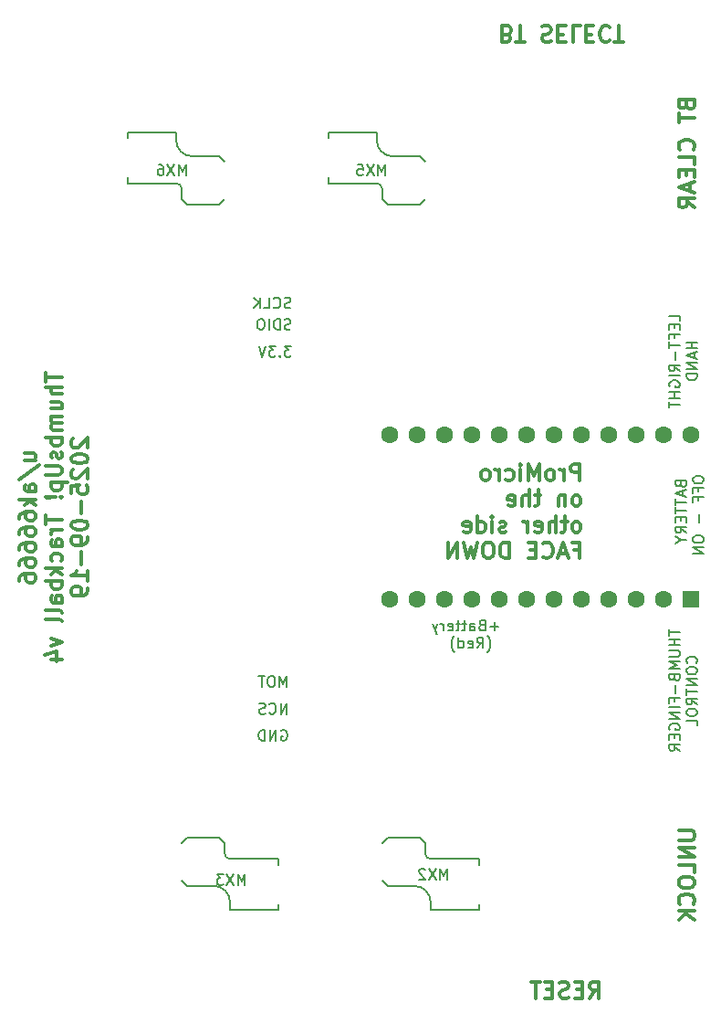
<source format=gbr>
G04 #@! TF.GenerationSoftware,KiCad,Pcbnew,9.0.2*
G04 #@! TF.CreationDate,2025-09-19T14:52:58-04:00*
G04 #@! TF.ProjectId,Trackball,54726163-6b62-4616-9c6c-2e6b69636164,rev?*
G04 #@! TF.SameCoordinates,Original*
G04 #@! TF.FileFunction,Legend,Bot*
G04 #@! TF.FilePolarity,Positive*
%FSLAX46Y46*%
G04 Gerber Fmt 4.6, Leading zero omitted, Abs format (unit mm)*
G04 Created by KiCad (PCBNEW 9.0.2) date 2025-09-19 14:52:58*
%MOMM*%
%LPD*%
G01*
G04 APERTURE LIST*
%ADD10C,0.150000*%
%ADD11C,0.300000*%
%ADD12R,1.600000X1.600000*%
%ADD13C,1.600000*%
G04 APERTURE END LIST*
D10*
X164631375Y-83385714D02*
X164631375Y-82909524D01*
X164631375Y-82909524D02*
X163631375Y-82909524D01*
X164107565Y-83719048D02*
X164107565Y-84052381D01*
X164631375Y-84195238D02*
X164631375Y-83719048D01*
X164631375Y-83719048D02*
X163631375Y-83719048D01*
X163631375Y-83719048D02*
X163631375Y-84195238D01*
X164107565Y-84957143D02*
X164107565Y-84623810D01*
X164631375Y-84623810D02*
X163631375Y-84623810D01*
X163631375Y-84623810D02*
X163631375Y-85100000D01*
X163631375Y-85338096D02*
X163631375Y-85909524D01*
X164631375Y-85623810D02*
X163631375Y-85623810D01*
X164250422Y-86242858D02*
X164250422Y-87004763D01*
X164631375Y-88052381D02*
X164155184Y-87719048D01*
X164631375Y-87480953D02*
X163631375Y-87480953D01*
X163631375Y-87480953D02*
X163631375Y-87861905D01*
X163631375Y-87861905D02*
X163678994Y-87957143D01*
X163678994Y-87957143D02*
X163726613Y-88004762D01*
X163726613Y-88004762D02*
X163821851Y-88052381D01*
X163821851Y-88052381D02*
X163964708Y-88052381D01*
X163964708Y-88052381D02*
X164059946Y-88004762D01*
X164059946Y-88004762D02*
X164107565Y-87957143D01*
X164107565Y-87957143D02*
X164155184Y-87861905D01*
X164155184Y-87861905D02*
X164155184Y-87480953D01*
X164631375Y-88480953D02*
X163631375Y-88480953D01*
X163678994Y-89480952D02*
X163631375Y-89385714D01*
X163631375Y-89385714D02*
X163631375Y-89242857D01*
X163631375Y-89242857D02*
X163678994Y-89100000D01*
X163678994Y-89100000D02*
X163774232Y-89004762D01*
X163774232Y-89004762D02*
X163869470Y-88957143D01*
X163869470Y-88957143D02*
X164059946Y-88909524D01*
X164059946Y-88909524D02*
X164202803Y-88909524D01*
X164202803Y-88909524D02*
X164393279Y-88957143D01*
X164393279Y-88957143D02*
X164488517Y-89004762D01*
X164488517Y-89004762D02*
X164583756Y-89100000D01*
X164583756Y-89100000D02*
X164631375Y-89242857D01*
X164631375Y-89242857D02*
X164631375Y-89338095D01*
X164631375Y-89338095D02*
X164583756Y-89480952D01*
X164583756Y-89480952D02*
X164536136Y-89528571D01*
X164536136Y-89528571D02*
X164202803Y-89528571D01*
X164202803Y-89528571D02*
X164202803Y-89338095D01*
X164631375Y-89957143D02*
X163631375Y-89957143D01*
X164107565Y-89957143D02*
X164107565Y-90528571D01*
X164631375Y-90528571D02*
X163631375Y-90528571D01*
X163631375Y-90861905D02*
X163631375Y-91433333D01*
X164631375Y-91147619D02*
X163631375Y-91147619D01*
X166241319Y-85361905D02*
X165241319Y-85361905D01*
X165717509Y-85361905D02*
X165717509Y-85933333D01*
X166241319Y-85933333D02*
X165241319Y-85933333D01*
X165955604Y-86361905D02*
X165955604Y-86838095D01*
X166241319Y-86266667D02*
X165241319Y-86600000D01*
X165241319Y-86600000D02*
X166241319Y-86933333D01*
X166241319Y-87266667D02*
X165241319Y-87266667D01*
X165241319Y-87266667D02*
X166241319Y-87838095D01*
X166241319Y-87838095D02*
X165241319Y-87838095D01*
X166241319Y-88314286D02*
X165241319Y-88314286D01*
X165241319Y-88314286D02*
X165241319Y-88552381D01*
X165241319Y-88552381D02*
X165288938Y-88695238D01*
X165288938Y-88695238D02*
X165384176Y-88790476D01*
X165384176Y-88790476D02*
X165479414Y-88838095D01*
X165479414Y-88838095D02*
X165669890Y-88885714D01*
X165669890Y-88885714D02*
X165812747Y-88885714D01*
X165812747Y-88885714D02*
X166003223Y-88838095D01*
X166003223Y-88838095D02*
X166098461Y-88790476D01*
X166098461Y-88790476D02*
X166193700Y-88695238D01*
X166193700Y-88695238D02*
X166241319Y-88552381D01*
X166241319Y-88552381D02*
X166241319Y-88314286D01*
X147813220Y-111728922D02*
X147051316Y-111728922D01*
X147432268Y-112109875D02*
X147432268Y-111347970D01*
X146241792Y-111586065D02*
X146098935Y-111633684D01*
X146098935Y-111633684D02*
X146051316Y-111681303D01*
X146051316Y-111681303D02*
X146003697Y-111776541D01*
X146003697Y-111776541D02*
X146003697Y-111919398D01*
X146003697Y-111919398D02*
X146051316Y-112014636D01*
X146051316Y-112014636D02*
X146098935Y-112062256D01*
X146098935Y-112062256D02*
X146194173Y-112109875D01*
X146194173Y-112109875D02*
X146575125Y-112109875D01*
X146575125Y-112109875D02*
X146575125Y-111109875D01*
X146575125Y-111109875D02*
X146241792Y-111109875D01*
X146241792Y-111109875D02*
X146146554Y-111157494D01*
X146146554Y-111157494D02*
X146098935Y-111205113D01*
X146098935Y-111205113D02*
X146051316Y-111300351D01*
X146051316Y-111300351D02*
X146051316Y-111395589D01*
X146051316Y-111395589D02*
X146098935Y-111490827D01*
X146098935Y-111490827D02*
X146146554Y-111538446D01*
X146146554Y-111538446D02*
X146241792Y-111586065D01*
X146241792Y-111586065D02*
X146575125Y-111586065D01*
X145146554Y-112109875D02*
X145146554Y-111586065D01*
X145146554Y-111586065D02*
X145194173Y-111490827D01*
X145194173Y-111490827D02*
X145289411Y-111443208D01*
X145289411Y-111443208D02*
X145479887Y-111443208D01*
X145479887Y-111443208D02*
X145575125Y-111490827D01*
X145146554Y-112062256D02*
X145241792Y-112109875D01*
X145241792Y-112109875D02*
X145479887Y-112109875D01*
X145479887Y-112109875D02*
X145575125Y-112062256D01*
X145575125Y-112062256D02*
X145622744Y-111967017D01*
X145622744Y-111967017D02*
X145622744Y-111871779D01*
X145622744Y-111871779D02*
X145575125Y-111776541D01*
X145575125Y-111776541D02*
X145479887Y-111728922D01*
X145479887Y-111728922D02*
X145241792Y-111728922D01*
X145241792Y-111728922D02*
X145146554Y-111681303D01*
X144813220Y-111443208D02*
X144432268Y-111443208D01*
X144670363Y-111109875D02*
X144670363Y-111967017D01*
X144670363Y-111967017D02*
X144622744Y-112062256D01*
X144622744Y-112062256D02*
X144527506Y-112109875D01*
X144527506Y-112109875D02*
X144432268Y-112109875D01*
X144241791Y-111443208D02*
X143860839Y-111443208D01*
X144098934Y-111109875D02*
X144098934Y-111967017D01*
X144098934Y-111967017D02*
X144051315Y-112062256D01*
X144051315Y-112062256D02*
X143956077Y-112109875D01*
X143956077Y-112109875D02*
X143860839Y-112109875D01*
X143146553Y-112062256D02*
X143241791Y-112109875D01*
X143241791Y-112109875D02*
X143432267Y-112109875D01*
X143432267Y-112109875D02*
X143527505Y-112062256D01*
X143527505Y-112062256D02*
X143575124Y-111967017D01*
X143575124Y-111967017D02*
X143575124Y-111586065D01*
X143575124Y-111586065D02*
X143527505Y-111490827D01*
X143527505Y-111490827D02*
X143432267Y-111443208D01*
X143432267Y-111443208D02*
X143241791Y-111443208D01*
X143241791Y-111443208D02*
X143146553Y-111490827D01*
X143146553Y-111490827D02*
X143098934Y-111586065D01*
X143098934Y-111586065D02*
X143098934Y-111681303D01*
X143098934Y-111681303D02*
X143575124Y-111776541D01*
X142670362Y-112109875D02*
X142670362Y-111443208D01*
X142670362Y-111633684D02*
X142622743Y-111538446D01*
X142622743Y-111538446D02*
X142575124Y-111490827D01*
X142575124Y-111490827D02*
X142479886Y-111443208D01*
X142479886Y-111443208D02*
X142384648Y-111443208D01*
X142146552Y-111443208D02*
X141908457Y-112109875D01*
X141670362Y-111443208D02*
X141908457Y-112109875D01*
X141908457Y-112109875D02*
X142003695Y-112347970D01*
X142003695Y-112347970D02*
X142051314Y-112395589D01*
X142051314Y-112395589D02*
X142146552Y-112443208D01*
X146765601Y-114100771D02*
X146813220Y-114053152D01*
X146813220Y-114053152D02*
X146908458Y-113910295D01*
X146908458Y-113910295D02*
X146956077Y-113815057D01*
X146956077Y-113815057D02*
X147003696Y-113672200D01*
X147003696Y-113672200D02*
X147051315Y-113434104D01*
X147051315Y-113434104D02*
X147051315Y-113243628D01*
X147051315Y-113243628D02*
X147003696Y-113005533D01*
X147003696Y-113005533D02*
X146956077Y-112862676D01*
X146956077Y-112862676D02*
X146908458Y-112767438D01*
X146908458Y-112767438D02*
X146813220Y-112624580D01*
X146813220Y-112624580D02*
X146765601Y-112576961D01*
X145813220Y-113719819D02*
X146146553Y-113243628D01*
X146384648Y-113719819D02*
X146384648Y-112719819D01*
X146384648Y-112719819D02*
X146003696Y-112719819D01*
X146003696Y-112719819D02*
X145908458Y-112767438D01*
X145908458Y-112767438D02*
X145860839Y-112815057D01*
X145860839Y-112815057D02*
X145813220Y-112910295D01*
X145813220Y-112910295D02*
X145813220Y-113053152D01*
X145813220Y-113053152D02*
X145860839Y-113148390D01*
X145860839Y-113148390D02*
X145908458Y-113196009D01*
X145908458Y-113196009D02*
X146003696Y-113243628D01*
X146003696Y-113243628D02*
X146384648Y-113243628D01*
X145003696Y-113672200D02*
X145098934Y-113719819D01*
X145098934Y-113719819D02*
X145289410Y-113719819D01*
X145289410Y-113719819D02*
X145384648Y-113672200D01*
X145384648Y-113672200D02*
X145432267Y-113576961D01*
X145432267Y-113576961D02*
X145432267Y-113196009D01*
X145432267Y-113196009D02*
X145384648Y-113100771D01*
X145384648Y-113100771D02*
X145289410Y-113053152D01*
X145289410Y-113053152D02*
X145098934Y-113053152D01*
X145098934Y-113053152D02*
X145003696Y-113100771D01*
X145003696Y-113100771D02*
X144956077Y-113196009D01*
X144956077Y-113196009D02*
X144956077Y-113291247D01*
X144956077Y-113291247D02*
X145432267Y-113386485D01*
X144098934Y-113719819D02*
X144098934Y-112719819D01*
X144098934Y-113672200D02*
X144194172Y-113719819D01*
X144194172Y-113719819D02*
X144384648Y-113719819D01*
X144384648Y-113719819D02*
X144479886Y-113672200D01*
X144479886Y-113672200D02*
X144527505Y-113624580D01*
X144527505Y-113624580D02*
X144575124Y-113529342D01*
X144575124Y-113529342D02*
X144575124Y-113243628D01*
X144575124Y-113243628D02*
X144527505Y-113148390D01*
X144527505Y-113148390D02*
X144479886Y-113100771D01*
X144479886Y-113100771D02*
X144384648Y-113053152D01*
X144384648Y-113053152D02*
X144194172Y-113053152D01*
X144194172Y-113053152D02*
X144098934Y-113100771D01*
X143717981Y-114100771D02*
X143670362Y-114053152D01*
X143670362Y-114053152D02*
X143575124Y-113910295D01*
X143575124Y-113910295D02*
X143527505Y-113815057D01*
X143527505Y-113815057D02*
X143479886Y-113672200D01*
X143479886Y-113672200D02*
X143432267Y-113434104D01*
X143432267Y-113434104D02*
X143432267Y-113243628D01*
X143432267Y-113243628D02*
X143479886Y-113005533D01*
X143479886Y-113005533D02*
X143527505Y-112862676D01*
X143527505Y-112862676D02*
X143575124Y-112767438D01*
X143575124Y-112767438D02*
X143670362Y-112624580D01*
X143670362Y-112624580D02*
X143717981Y-112576961D01*
D11*
X156238346Y-146150828D02*
X156738346Y-145436542D01*
X157095489Y-146150828D02*
X157095489Y-144650828D01*
X157095489Y-144650828D02*
X156524060Y-144650828D01*
X156524060Y-144650828D02*
X156381203Y-144722257D01*
X156381203Y-144722257D02*
X156309774Y-144793685D01*
X156309774Y-144793685D02*
X156238346Y-144936542D01*
X156238346Y-144936542D02*
X156238346Y-145150828D01*
X156238346Y-145150828D02*
X156309774Y-145293685D01*
X156309774Y-145293685D02*
X156381203Y-145365114D01*
X156381203Y-145365114D02*
X156524060Y-145436542D01*
X156524060Y-145436542D02*
X157095489Y-145436542D01*
X155595489Y-145365114D02*
X155095489Y-145365114D01*
X154881203Y-146150828D02*
X155595489Y-146150828D01*
X155595489Y-146150828D02*
X155595489Y-144650828D01*
X155595489Y-144650828D02*
X154881203Y-144650828D01*
X154309774Y-146079400D02*
X154095489Y-146150828D01*
X154095489Y-146150828D02*
X153738346Y-146150828D01*
X153738346Y-146150828D02*
X153595489Y-146079400D01*
X153595489Y-146079400D02*
X153524060Y-146007971D01*
X153524060Y-146007971D02*
X153452631Y-145865114D01*
X153452631Y-145865114D02*
X153452631Y-145722257D01*
X153452631Y-145722257D02*
X153524060Y-145579400D01*
X153524060Y-145579400D02*
X153595489Y-145507971D01*
X153595489Y-145507971D02*
X153738346Y-145436542D01*
X153738346Y-145436542D02*
X154024060Y-145365114D01*
X154024060Y-145365114D02*
X154166917Y-145293685D01*
X154166917Y-145293685D02*
X154238346Y-145222257D01*
X154238346Y-145222257D02*
X154309774Y-145079400D01*
X154309774Y-145079400D02*
X154309774Y-144936542D01*
X154309774Y-144936542D02*
X154238346Y-144793685D01*
X154238346Y-144793685D02*
X154166917Y-144722257D01*
X154166917Y-144722257D02*
X154024060Y-144650828D01*
X154024060Y-144650828D02*
X153666917Y-144650828D01*
X153666917Y-144650828D02*
X153452631Y-144722257D01*
X152809775Y-145365114D02*
X152309775Y-145365114D01*
X152095489Y-146150828D02*
X152809775Y-146150828D01*
X152809775Y-146150828D02*
X152809775Y-144650828D01*
X152809775Y-144650828D02*
X152095489Y-144650828D01*
X151666917Y-144650828D02*
X150809775Y-144650828D01*
X151238346Y-146150828D02*
X151238346Y-144650828D01*
D10*
X128510839Y-82172200D02*
X128367982Y-82219819D01*
X128367982Y-82219819D02*
X128129887Y-82219819D01*
X128129887Y-82219819D02*
X128034649Y-82172200D01*
X128034649Y-82172200D02*
X127987030Y-82124580D01*
X127987030Y-82124580D02*
X127939411Y-82029342D01*
X127939411Y-82029342D02*
X127939411Y-81934104D01*
X127939411Y-81934104D02*
X127987030Y-81838866D01*
X127987030Y-81838866D02*
X128034649Y-81791247D01*
X128034649Y-81791247D02*
X128129887Y-81743628D01*
X128129887Y-81743628D02*
X128320363Y-81696009D01*
X128320363Y-81696009D02*
X128415601Y-81648390D01*
X128415601Y-81648390D02*
X128463220Y-81600771D01*
X128463220Y-81600771D02*
X128510839Y-81505533D01*
X128510839Y-81505533D02*
X128510839Y-81410295D01*
X128510839Y-81410295D02*
X128463220Y-81315057D01*
X128463220Y-81315057D02*
X128415601Y-81267438D01*
X128415601Y-81267438D02*
X128320363Y-81219819D01*
X128320363Y-81219819D02*
X128082268Y-81219819D01*
X128082268Y-81219819D02*
X127939411Y-81267438D01*
X126939411Y-82124580D02*
X126987030Y-82172200D01*
X126987030Y-82172200D02*
X127129887Y-82219819D01*
X127129887Y-82219819D02*
X127225125Y-82219819D01*
X127225125Y-82219819D02*
X127367982Y-82172200D01*
X127367982Y-82172200D02*
X127463220Y-82076961D01*
X127463220Y-82076961D02*
X127510839Y-81981723D01*
X127510839Y-81981723D02*
X127558458Y-81791247D01*
X127558458Y-81791247D02*
X127558458Y-81648390D01*
X127558458Y-81648390D02*
X127510839Y-81457914D01*
X127510839Y-81457914D02*
X127463220Y-81362676D01*
X127463220Y-81362676D02*
X127367982Y-81267438D01*
X127367982Y-81267438D02*
X127225125Y-81219819D01*
X127225125Y-81219819D02*
X127129887Y-81219819D01*
X127129887Y-81219819D02*
X126987030Y-81267438D01*
X126987030Y-81267438D02*
X126939411Y-81315057D01*
X126034649Y-82219819D02*
X126510839Y-82219819D01*
X126510839Y-82219819D02*
X126510839Y-81219819D01*
X125701315Y-82219819D02*
X125701315Y-81219819D01*
X125129887Y-82219819D02*
X125558458Y-81648390D01*
X125129887Y-81219819D02*
X125701315Y-81791247D01*
X163631375Y-111983334D02*
X163631375Y-112554762D01*
X164631375Y-112269048D02*
X163631375Y-112269048D01*
X164631375Y-112888096D02*
X163631375Y-112888096D01*
X164107565Y-112888096D02*
X164107565Y-113459524D01*
X164631375Y-113459524D02*
X163631375Y-113459524D01*
X163631375Y-113935715D02*
X164440898Y-113935715D01*
X164440898Y-113935715D02*
X164536136Y-113983334D01*
X164536136Y-113983334D02*
X164583756Y-114030953D01*
X164583756Y-114030953D02*
X164631375Y-114126191D01*
X164631375Y-114126191D02*
X164631375Y-114316667D01*
X164631375Y-114316667D02*
X164583756Y-114411905D01*
X164583756Y-114411905D02*
X164536136Y-114459524D01*
X164536136Y-114459524D02*
X164440898Y-114507143D01*
X164440898Y-114507143D02*
X163631375Y-114507143D01*
X164631375Y-114983334D02*
X163631375Y-114983334D01*
X163631375Y-114983334D02*
X164345660Y-115316667D01*
X164345660Y-115316667D02*
X163631375Y-115650000D01*
X163631375Y-115650000D02*
X164631375Y-115650000D01*
X164107565Y-116459524D02*
X164155184Y-116602381D01*
X164155184Y-116602381D02*
X164202803Y-116650000D01*
X164202803Y-116650000D02*
X164298041Y-116697619D01*
X164298041Y-116697619D02*
X164440898Y-116697619D01*
X164440898Y-116697619D02*
X164536136Y-116650000D01*
X164536136Y-116650000D02*
X164583756Y-116602381D01*
X164583756Y-116602381D02*
X164631375Y-116507143D01*
X164631375Y-116507143D02*
X164631375Y-116126191D01*
X164631375Y-116126191D02*
X163631375Y-116126191D01*
X163631375Y-116126191D02*
X163631375Y-116459524D01*
X163631375Y-116459524D02*
X163678994Y-116554762D01*
X163678994Y-116554762D02*
X163726613Y-116602381D01*
X163726613Y-116602381D02*
X163821851Y-116650000D01*
X163821851Y-116650000D02*
X163917089Y-116650000D01*
X163917089Y-116650000D02*
X164012327Y-116602381D01*
X164012327Y-116602381D02*
X164059946Y-116554762D01*
X164059946Y-116554762D02*
X164107565Y-116459524D01*
X164107565Y-116459524D02*
X164107565Y-116126191D01*
X164250422Y-117126191D02*
X164250422Y-117888096D01*
X164107565Y-118697619D02*
X164107565Y-118364286D01*
X164631375Y-118364286D02*
X163631375Y-118364286D01*
X163631375Y-118364286D02*
X163631375Y-118840476D01*
X164631375Y-119221429D02*
X163631375Y-119221429D01*
X164631375Y-119697619D02*
X163631375Y-119697619D01*
X163631375Y-119697619D02*
X164631375Y-120269047D01*
X164631375Y-120269047D02*
X163631375Y-120269047D01*
X163678994Y-121269047D02*
X163631375Y-121173809D01*
X163631375Y-121173809D02*
X163631375Y-121030952D01*
X163631375Y-121030952D02*
X163678994Y-120888095D01*
X163678994Y-120888095D02*
X163774232Y-120792857D01*
X163774232Y-120792857D02*
X163869470Y-120745238D01*
X163869470Y-120745238D02*
X164059946Y-120697619D01*
X164059946Y-120697619D02*
X164202803Y-120697619D01*
X164202803Y-120697619D02*
X164393279Y-120745238D01*
X164393279Y-120745238D02*
X164488517Y-120792857D01*
X164488517Y-120792857D02*
X164583756Y-120888095D01*
X164583756Y-120888095D02*
X164631375Y-121030952D01*
X164631375Y-121030952D02*
X164631375Y-121126190D01*
X164631375Y-121126190D02*
X164583756Y-121269047D01*
X164583756Y-121269047D02*
X164536136Y-121316666D01*
X164536136Y-121316666D02*
X164202803Y-121316666D01*
X164202803Y-121316666D02*
X164202803Y-121126190D01*
X164107565Y-121745238D02*
X164107565Y-122078571D01*
X164631375Y-122221428D02*
X164631375Y-121745238D01*
X164631375Y-121745238D02*
X163631375Y-121745238D01*
X163631375Y-121745238D02*
X163631375Y-122221428D01*
X164631375Y-123221428D02*
X164155184Y-122888095D01*
X164631375Y-122650000D02*
X163631375Y-122650000D01*
X163631375Y-122650000D02*
X163631375Y-123030952D01*
X163631375Y-123030952D02*
X163678994Y-123126190D01*
X163678994Y-123126190D02*
X163726613Y-123173809D01*
X163726613Y-123173809D02*
X163821851Y-123221428D01*
X163821851Y-123221428D02*
X163964708Y-123221428D01*
X163964708Y-123221428D02*
X164059946Y-123173809D01*
X164059946Y-123173809D02*
X164107565Y-123126190D01*
X164107565Y-123126190D02*
X164155184Y-123030952D01*
X164155184Y-123030952D02*
X164155184Y-122650000D01*
X166146080Y-115102380D02*
X166193700Y-115054761D01*
X166193700Y-115054761D02*
X166241319Y-114911904D01*
X166241319Y-114911904D02*
X166241319Y-114816666D01*
X166241319Y-114816666D02*
X166193700Y-114673809D01*
X166193700Y-114673809D02*
X166098461Y-114578571D01*
X166098461Y-114578571D02*
X166003223Y-114530952D01*
X166003223Y-114530952D02*
X165812747Y-114483333D01*
X165812747Y-114483333D02*
X165669890Y-114483333D01*
X165669890Y-114483333D02*
X165479414Y-114530952D01*
X165479414Y-114530952D02*
X165384176Y-114578571D01*
X165384176Y-114578571D02*
X165288938Y-114673809D01*
X165288938Y-114673809D02*
X165241319Y-114816666D01*
X165241319Y-114816666D02*
X165241319Y-114911904D01*
X165241319Y-114911904D02*
X165288938Y-115054761D01*
X165288938Y-115054761D02*
X165336557Y-115102380D01*
X165241319Y-115721428D02*
X165241319Y-115911904D01*
X165241319Y-115911904D02*
X165288938Y-116007142D01*
X165288938Y-116007142D02*
X165384176Y-116102380D01*
X165384176Y-116102380D02*
X165574652Y-116149999D01*
X165574652Y-116149999D02*
X165907985Y-116149999D01*
X165907985Y-116149999D02*
X166098461Y-116102380D01*
X166098461Y-116102380D02*
X166193700Y-116007142D01*
X166193700Y-116007142D02*
X166241319Y-115911904D01*
X166241319Y-115911904D02*
X166241319Y-115721428D01*
X166241319Y-115721428D02*
X166193700Y-115626190D01*
X166193700Y-115626190D02*
X166098461Y-115530952D01*
X166098461Y-115530952D02*
X165907985Y-115483333D01*
X165907985Y-115483333D02*
X165574652Y-115483333D01*
X165574652Y-115483333D02*
X165384176Y-115530952D01*
X165384176Y-115530952D02*
X165288938Y-115626190D01*
X165288938Y-115626190D02*
X165241319Y-115721428D01*
X166241319Y-116578571D02*
X165241319Y-116578571D01*
X165241319Y-116578571D02*
X166241319Y-117149999D01*
X166241319Y-117149999D02*
X165241319Y-117149999D01*
X165241319Y-117483333D02*
X165241319Y-118054761D01*
X166241319Y-117769047D02*
X165241319Y-117769047D01*
X166241319Y-118959523D02*
X165765128Y-118626190D01*
X166241319Y-118388095D02*
X165241319Y-118388095D01*
X165241319Y-118388095D02*
X165241319Y-118769047D01*
X165241319Y-118769047D02*
X165288938Y-118864285D01*
X165288938Y-118864285D02*
X165336557Y-118911904D01*
X165336557Y-118911904D02*
X165431795Y-118959523D01*
X165431795Y-118959523D02*
X165574652Y-118959523D01*
X165574652Y-118959523D02*
X165669890Y-118911904D01*
X165669890Y-118911904D02*
X165717509Y-118864285D01*
X165717509Y-118864285D02*
X165765128Y-118769047D01*
X165765128Y-118769047D02*
X165765128Y-118388095D01*
X165241319Y-119578571D02*
X165241319Y-119769047D01*
X165241319Y-119769047D02*
X165288938Y-119864285D01*
X165288938Y-119864285D02*
X165384176Y-119959523D01*
X165384176Y-119959523D02*
X165574652Y-120007142D01*
X165574652Y-120007142D02*
X165907985Y-120007142D01*
X165907985Y-120007142D02*
X166098461Y-119959523D01*
X166098461Y-119959523D02*
X166193700Y-119864285D01*
X166193700Y-119864285D02*
X166241319Y-119769047D01*
X166241319Y-119769047D02*
X166241319Y-119578571D01*
X166241319Y-119578571D02*
X166193700Y-119483333D01*
X166193700Y-119483333D02*
X166098461Y-119388095D01*
X166098461Y-119388095D02*
X165907985Y-119340476D01*
X165907985Y-119340476D02*
X165574652Y-119340476D01*
X165574652Y-119340476D02*
X165384176Y-119388095D01*
X165384176Y-119388095D02*
X165288938Y-119483333D01*
X165288938Y-119483333D02*
X165241319Y-119578571D01*
X166241319Y-120911904D02*
X166241319Y-120435714D01*
X166241319Y-120435714D02*
X165241319Y-120435714D01*
X127639411Y-121367438D02*
X127734649Y-121319819D01*
X127734649Y-121319819D02*
X127877506Y-121319819D01*
X127877506Y-121319819D02*
X128020363Y-121367438D01*
X128020363Y-121367438D02*
X128115601Y-121462676D01*
X128115601Y-121462676D02*
X128163220Y-121557914D01*
X128163220Y-121557914D02*
X128210839Y-121748390D01*
X128210839Y-121748390D02*
X128210839Y-121891247D01*
X128210839Y-121891247D02*
X128163220Y-122081723D01*
X128163220Y-122081723D02*
X128115601Y-122176961D01*
X128115601Y-122176961D02*
X128020363Y-122272200D01*
X128020363Y-122272200D02*
X127877506Y-122319819D01*
X127877506Y-122319819D02*
X127782268Y-122319819D01*
X127782268Y-122319819D02*
X127639411Y-122272200D01*
X127639411Y-122272200D02*
X127591792Y-122224580D01*
X127591792Y-122224580D02*
X127591792Y-121891247D01*
X127591792Y-121891247D02*
X127782268Y-121891247D01*
X127163220Y-122319819D02*
X127163220Y-121319819D01*
X127163220Y-121319819D02*
X126591792Y-122319819D01*
X126591792Y-122319819D02*
X126591792Y-121319819D01*
X126115601Y-122319819D02*
X126115601Y-121319819D01*
X126115601Y-121319819D02*
X125877506Y-121319819D01*
X125877506Y-121319819D02*
X125734649Y-121367438D01*
X125734649Y-121367438D02*
X125639411Y-121462676D01*
X125639411Y-121462676D02*
X125591792Y-121557914D01*
X125591792Y-121557914D02*
X125544173Y-121748390D01*
X125544173Y-121748390D02*
X125544173Y-121891247D01*
X125544173Y-121891247D02*
X125591792Y-122081723D01*
X125591792Y-122081723D02*
X125639411Y-122176961D01*
X125639411Y-122176961D02*
X125734649Y-122272200D01*
X125734649Y-122272200D02*
X125877506Y-122319819D01*
X125877506Y-122319819D02*
X126115601Y-122319819D01*
D11*
X164510828Y-130654510D02*
X165725114Y-130654510D01*
X165725114Y-130654510D02*
X165867971Y-130725939D01*
X165867971Y-130725939D02*
X165939400Y-130797368D01*
X165939400Y-130797368D02*
X166010828Y-130940225D01*
X166010828Y-130940225D02*
X166010828Y-131225939D01*
X166010828Y-131225939D02*
X165939400Y-131368796D01*
X165939400Y-131368796D02*
X165867971Y-131440225D01*
X165867971Y-131440225D02*
X165725114Y-131511653D01*
X165725114Y-131511653D02*
X164510828Y-131511653D01*
X166010828Y-132225939D02*
X164510828Y-132225939D01*
X164510828Y-132225939D02*
X166010828Y-133083082D01*
X166010828Y-133083082D02*
X164510828Y-133083082D01*
X166010828Y-134511654D02*
X166010828Y-133797368D01*
X166010828Y-133797368D02*
X164510828Y-133797368D01*
X164510828Y-135297369D02*
X164510828Y-135583083D01*
X164510828Y-135583083D02*
X164582257Y-135725940D01*
X164582257Y-135725940D02*
X164725114Y-135868797D01*
X164725114Y-135868797D02*
X165010828Y-135940226D01*
X165010828Y-135940226D02*
X165510828Y-135940226D01*
X165510828Y-135940226D02*
X165796542Y-135868797D01*
X165796542Y-135868797D02*
X165939400Y-135725940D01*
X165939400Y-135725940D02*
X166010828Y-135583083D01*
X166010828Y-135583083D02*
X166010828Y-135297369D01*
X166010828Y-135297369D02*
X165939400Y-135154512D01*
X165939400Y-135154512D02*
X165796542Y-135011654D01*
X165796542Y-135011654D02*
X165510828Y-134940226D01*
X165510828Y-134940226D02*
X165010828Y-134940226D01*
X165010828Y-134940226D02*
X164725114Y-135011654D01*
X164725114Y-135011654D02*
X164582257Y-135154512D01*
X164582257Y-135154512D02*
X164510828Y-135297369D01*
X165867971Y-137440226D02*
X165939400Y-137368798D01*
X165939400Y-137368798D02*
X166010828Y-137154512D01*
X166010828Y-137154512D02*
X166010828Y-137011655D01*
X166010828Y-137011655D02*
X165939400Y-136797369D01*
X165939400Y-136797369D02*
X165796542Y-136654512D01*
X165796542Y-136654512D02*
X165653685Y-136583083D01*
X165653685Y-136583083D02*
X165367971Y-136511655D01*
X165367971Y-136511655D02*
X165153685Y-136511655D01*
X165153685Y-136511655D02*
X164867971Y-136583083D01*
X164867971Y-136583083D02*
X164725114Y-136654512D01*
X164725114Y-136654512D02*
X164582257Y-136797369D01*
X164582257Y-136797369D02*
X164510828Y-137011655D01*
X164510828Y-137011655D02*
X164510828Y-137154512D01*
X164510828Y-137154512D02*
X164582257Y-137368798D01*
X164582257Y-137368798D02*
X164653685Y-137440226D01*
X166010828Y-138083083D02*
X164510828Y-138083083D01*
X166010828Y-138940226D02*
X165153685Y-138297369D01*
X164510828Y-138940226D02*
X165367971Y-138083083D01*
D10*
X128558458Y-85719819D02*
X127939411Y-85719819D01*
X127939411Y-85719819D02*
X128272744Y-86100771D01*
X128272744Y-86100771D02*
X128129887Y-86100771D01*
X128129887Y-86100771D02*
X128034649Y-86148390D01*
X128034649Y-86148390D02*
X127987030Y-86196009D01*
X127987030Y-86196009D02*
X127939411Y-86291247D01*
X127939411Y-86291247D02*
X127939411Y-86529342D01*
X127939411Y-86529342D02*
X127987030Y-86624580D01*
X127987030Y-86624580D02*
X128034649Y-86672200D01*
X128034649Y-86672200D02*
X128129887Y-86719819D01*
X128129887Y-86719819D02*
X128415601Y-86719819D01*
X128415601Y-86719819D02*
X128510839Y-86672200D01*
X128510839Y-86672200D02*
X128558458Y-86624580D01*
X127510839Y-86624580D02*
X127463220Y-86672200D01*
X127463220Y-86672200D02*
X127510839Y-86719819D01*
X127510839Y-86719819D02*
X127558458Y-86672200D01*
X127558458Y-86672200D02*
X127510839Y-86624580D01*
X127510839Y-86624580D02*
X127510839Y-86719819D01*
X127129887Y-85719819D02*
X126510840Y-85719819D01*
X126510840Y-85719819D02*
X126844173Y-86100771D01*
X126844173Y-86100771D02*
X126701316Y-86100771D01*
X126701316Y-86100771D02*
X126606078Y-86148390D01*
X126606078Y-86148390D02*
X126558459Y-86196009D01*
X126558459Y-86196009D02*
X126510840Y-86291247D01*
X126510840Y-86291247D02*
X126510840Y-86529342D01*
X126510840Y-86529342D02*
X126558459Y-86624580D01*
X126558459Y-86624580D02*
X126606078Y-86672200D01*
X126606078Y-86672200D02*
X126701316Y-86719819D01*
X126701316Y-86719819D02*
X126987030Y-86719819D01*
X126987030Y-86719819D02*
X127082268Y-86672200D01*
X127082268Y-86672200D02*
X127129887Y-86624580D01*
X126225125Y-85719819D02*
X125891792Y-86719819D01*
X125891792Y-86719819D02*
X125558459Y-85719819D01*
X128163220Y-117319819D02*
X128163220Y-116319819D01*
X128163220Y-116319819D02*
X127829887Y-117034104D01*
X127829887Y-117034104D02*
X127496554Y-116319819D01*
X127496554Y-116319819D02*
X127496554Y-117319819D01*
X126829887Y-116319819D02*
X126639411Y-116319819D01*
X126639411Y-116319819D02*
X126544173Y-116367438D01*
X126544173Y-116367438D02*
X126448935Y-116462676D01*
X126448935Y-116462676D02*
X126401316Y-116653152D01*
X126401316Y-116653152D02*
X126401316Y-116986485D01*
X126401316Y-116986485D02*
X126448935Y-117176961D01*
X126448935Y-117176961D02*
X126544173Y-117272200D01*
X126544173Y-117272200D02*
X126639411Y-117319819D01*
X126639411Y-117319819D02*
X126829887Y-117319819D01*
X126829887Y-117319819D02*
X126925125Y-117272200D01*
X126925125Y-117272200D02*
X127020363Y-117176961D01*
X127020363Y-117176961D02*
X127067982Y-116986485D01*
X127067982Y-116986485D02*
X127067982Y-116653152D01*
X127067982Y-116653152D02*
X127020363Y-116462676D01*
X127020363Y-116462676D02*
X126925125Y-116367438D01*
X126925125Y-116367438D02*
X126829887Y-116319819D01*
X126115601Y-116319819D02*
X125544173Y-116319819D01*
X125829887Y-117319819D02*
X125829887Y-116319819D01*
D11*
X148614285Y-56834885D02*
X148828571Y-56763457D01*
X148828571Y-56763457D02*
X148900000Y-56692028D01*
X148900000Y-56692028D02*
X148971428Y-56549171D01*
X148971428Y-56549171D02*
X148971428Y-56334885D01*
X148971428Y-56334885D02*
X148900000Y-56192028D01*
X148900000Y-56192028D02*
X148828571Y-56120600D01*
X148828571Y-56120600D02*
X148685714Y-56049171D01*
X148685714Y-56049171D02*
X148114285Y-56049171D01*
X148114285Y-56049171D02*
X148114285Y-57549171D01*
X148114285Y-57549171D02*
X148614285Y-57549171D01*
X148614285Y-57549171D02*
X148757143Y-57477742D01*
X148757143Y-57477742D02*
X148828571Y-57406314D01*
X148828571Y-57406314D02*
X148900000Y-57263457D01*
X148900000Y-57263457D02*
X148900000Y-57120600D01*
X148900000Y-57120600D02*
X148828571Y-56977742D01*
X148828571Y-56977742D02*
X148757143Y-56906314D01*
X148757143Y-56906314D02*
X148614285Y-56834885D01*
X148614285Y-56834885D02*
X148114285Y-56834885D01*
X149400000Y-57549171D02*
X150257143Y-57549171D01*
X149828571Y-56049171D02*
X149828571Y-57549171D01*
X151828571Y-56120600D02*
X152042857Y-56049171D01*
X152042857Y-56049171D02*
X152399999Y-56049171D01*
X152399999Y-56049171D02*
X152542857Y-56120600D01*
X152542857Y-56120600D02*
X152614285Y-56192028D01*
X152614285Y-56192028D02*
X152685714Y-56334885D01*
X152685714Y-56334885D02*
X152685714Y-56477742D01*
X152685714Y-56477742D02*
X152614285Y-56620600D01*
X152614285Y-56620600D02*
X152542857Y-56692028D01*
X152542857Y-56692028D02*
X152399999Y-56763457D01*
X152399999Y-56763457D02*
X152114285Y-56834885D01*
X152114285Y-56834885D02*
X151971428Y-56906314D01*
X151971428Y-56906314D02*
X151899999Y-56977742D01*
X151899999Y-56977742D02*
X151828571Y-57120600D01*
X151828571Y-57120600D02*
X151828571Y-57263457D01*
X151828571Y-57263457D02*
X151899999Y-57406314D01*
X151899999Y-57406314D02*
X151971428Y-57477742D01*
X151971428Y-57477742D02*
X152114285Y-57549171D01*
X152114285Y-57549171D02*
X152471428Y-57549171D01*
X152471428Y-57549171D02*
X152685714Y-57477742D01*
X153328570Y-56834885D02*
X153828570Y-56834885D01*
X154042856Y-56049171D02*
X153328570Y-56049171D01*
X153328570Y-56049171D02*
X153328570Y-57549171D01*
X153328570Y-57549171D02*
X154042856Y-57549171D01*
X155399999Y-56049171D02*
X154685713Y-56049171D01*
X154685713Y-56049171D02*
X154685713Y-57549171D01*
X155899999Y-56834885D02*
X156399999Y-56834885D01*
X156614285Y-56049171D02*
X155899999Y-56049171D01*
X155899999Y-56049171D02*
X155899999Y-57549171D01*
X155899999Y-57549171D02*
X156614285Y-57549171D01*
X158114285Y-56192028D02*
X158042857Y-56120600D01*
X158042857Y-56120600D02*
X157828571Y-56049171D01*
X157828571Y-56049171D02*
X157685714Y-56049171D01*
X157685714Y-56049171D02*
X157471428Y-56120600D01*
X157471428Y-56120600D02*
X157328571Y-56263457D01*
X157328571Y-56263457D02*
X157257142Y-56406314D01*
X157257142Y-56406314D02*
X157185714Y-56692028D01*
X157185714Y-56692028D02*
X157185714Y-56906314D01*
X157185714Y-56906314D02*
X157257142Y-57192028D01*
X157257142Y-57192028D02*
X157328571Y-57334885D01*
X157328571Y-57334885D02*
X157471428Y-57477742D01*
X157471428Y-57477742D02*
X157685714Y-57549171D01*
X157685714Y-57549171D02*
X157828571Y-57549171D01*
X157828571Y-57549171D02*
X158042857Y-57477742D01*
X158042857Y-57477742D02*
X158114285Y-57406314D01*
X158542857Y-57549171D02*
X159400000Y-57549171D01*
X158971428Y-56049171D02*
X158971428Y-57549171D01*
X103870996Y-96282126D02*
X104870996Y-96282126D01*
X103870996Y-95639268D02*
X104656710Y-95639268D01*
X104656710Y-95639268D02*
X104799568Y-95710697D01*
X104799568Y-95710697D02*
X104870996Y-95853554D01*
X104870996Y-95853554D02*
X104870996Y-96067840D01*
X104870996Y-96067840D02*
X104799568Y-96210697D01*
X104799568Y-96210697D02*
X104728139Y-96282126D01*
X103299568Y-98067840D02*
X105228139Y-96782126D01*
X104870996Y-99210698D02*
X104085282Y-99210698D01*
X104085282Y-99210698D02*
X103942425Y-99139269D01*
X103942425Y-99139269D02*
X103870996Y-98996412D01*
X103870996Y-98996412D02*
X103870996Y-98710698D01*
X103870996Y-98710698D02*
X103942425Y-98567840D01*
X104799568Y-99210698D02*
X104870996Y-99067840D01*
X104870996Y-99067840D02*
X104870996Y-98710698D01*
X104870996Y-98710698D02*
X104799568Y-98567840D01*
X104799568Y-98567840D02*
X104656710Y-98496412D01*
X104656710Y-98496412D02*
X104513853Y-98496412D01*
X104513853Y-98496412D02*
X104370996Y-98567840D01*
X104370996Y-98567840D02*
X104299568Y-98710698D01*
X104299568Y-98710698D02*
X104299568Y-99067840D01*
X104299568Y-99067840D02*
X104228139Y-99210698D01*
X104870996Y-99924983D02*
X103370996Y-99924983D01*
X104299568Y-100067841D02*
X104870996Y-100496412D01*
X103870996Y-100496412D02*
X104442425Y-99924983D01*
X103370996Y-101782127D02*
X103370996Y-101496412D01*
X103370996Y-101496412D02*
X103442425Y-101353555D01*
X103442425Y-101353555D02*
X103513853Y-101282127D01*
X103513853Y-101282127D02*
X103728139Y-101139269D01*
X103728139Y-101139269D02*
X104013853Y-101067841D01*
X104013853Y-101067841D02*
X104585282Y-101067841D01*
X104585282Y-101067841D02*
X104728139Y-101139269D01*
X104728139Y-101139269D02*
X104799568Y-101210698D01*
X104799568Y-101210698D02*
X104870996Y-101353555D01*
X104870996Y-101353555D02*
X104870996Y-101639269D01*
X104870996Y-101639269D02*
X104799568Y-101782127D01*
X104799568Y-101782127D02*
X104728139Y-101853555D01*
X104728139Y-101853555D02*
X104585282Y-101924984D01*
X104585282Y-101924984D02*
X104228139Y-101924984D01*
X104228139Y-101924984D02*
X104085282Y-101853555D01*
X104085282Y-101853555D02*
X104013853Y-101782127D01*
X104013853Y-101782127D02*
X103942425Y-101639269D01*
X103942425Y-101639269D02*
X103942425Y-101353555D01*
X103942425Y-101353555D02*
X104013853Y-101210698D01*
X104013853Y-101210698D02*
X104085282Y-101139269D01*
X104085282Y-101139269D02*
X104228139Y-101067841D01*
X103370996Y-103210698D02*
X103370996Y-102924983D01*
X103370996Y-102924983D02*
X103442425Y-102782126D01*
X103442425Y-102782126D02*
X103513853Y-102710698D01*
X103513853Y-102710698D02*
X103728139Y-102567840D01*
X103728139Y-102567840D02*
X104013853Y-102496412D01*
X104013853Y-102496412D02*
X104585282Y-102496412D01*
X104585282Y-102496412D02*
X104728139Y-102567840D01*
X104728139Y-102567840D02*
X104799568Y-102639269D01*
X104799568Y-102639269D02*
X104870996Y-102782126D01*
X104870996Y-102782126D02*
X104870996Y-103067840D01*
X104870996Y-103067840D02*
X104799568Y-103210698D01*
X104799568Y-103210698D02*
X104728139Y-103282126D01*
X104728139Y-103282126D02*
X104585282Y-103353555D01*
X104585282Y-103353555D02*
X104228139Y-103353555D01*
X104228139Y-103353555D02*
X104085282Y-103282126D01*
X104085282Y-103282126D02*
X104013853Y-103210698D01*
X104013853Y-103210698D02*
X103942425Y-103067840D01*
X103942425Y-103067840D02*
X103942425Y-102782126D01*
X103942425Y-102782126D02*
X104013853Y-102639269D01*
X104013853Y-102639269D02*
X104085282Y-102567840D01*
X104085282Y-102567840D02*
X104228139Y-102496412D01*
X103370996Y-104639269D02*
X103370996Y-104353554D01*
X103370996Y-104353554D02*
X103442425Y-104210697D01*
X103442425Y-104210697D02*
X103513853Y-104139269D01*
X103513853Y-104139269D02*
X103728139Y-103996411D01*
X103728139Y-103996411D02*
X104013853Y-103924983D01*
X104013853Y-103924983D02*
X104585282Y-103924983D01*
X104585282Y-103924983D02*
X104728139Y-103996411D01*
X104728139Y-103996411D02*
X104799568Y-104067840D01*
X104799568Y-104067840D02*
X104870996Y-104210697D01*
X104870996Y-104210697D02*
X104870996Y-104496411D01*
X104870996Y-104496411D02*
X104799568Y-104639269D01*
X104799568Y-104639269D02*
X104728139Y-104710697D01*
X104728139Y-104710697D02*
X104585282Y-104782126D01*
X104585282Y-104782126D02*
X104228139Y-104782126D01*
X104228139Y-104782126D02*
X104085282Y-104710697D01*
X104085282Y-104710697D02*
X104013853Y-104639269D01*
X104013853Y-104639269D02*
X103942425Y-104496411D01*
X103942425Y-104496411D02*
X103942425Y-104210697D01*
X103942425Y-104210697D02*
X104013853Y-104067840D01*
X104013853Y-104067840D02*
X104085282Y-103996411D01*
X104085282Y-103996411D02*
X104228139Y-103924983D01*
X103370996Y-106067840D02*
X103370996Y-105782125D01*
X103370996Y-105782125D02*
X103442425Y-105639268D01*
X103442425Y-105639268D02*
X103513853Y-105567840D01*
X103513853Y-105567840D02*
X103728139Y-105424982D01*
X103728139Y-105424982D02*
X104013853Y-105353554D01*
X104013853Y-105353554D02*
X104585282Y-105353554D01*
X104585282Y-105353554D02*
X104728139Y-105424982D01*
X104728139Y-105424982D02*
X104799568Y-105496411D01*
X104799568Y-105496411D02*
X104870996Y-105639268D01*
X104870996Y-105639268D02*
X104870996Y-105924982D01*
X104870996Y-105924982D02*
X104799568Y-106067840D01*
X104799568Y-106067840D02*
X104728139Y-106139268D01*
X104728139Y-106139268D02*
X104585282Y-106210697D01*
X104585282Y-106210697D02*
X104228139Y-106210697D01*
X104228139Y-106210697D02*
X104085282Y-106139268D01*
X104085282Y-106139268D02*
X104013853Y-106067840D01*
X104013853Y-106067840D02*
X103942425Y-105924982D01*
X103942425Y-105924982D02*
X103942425Y-105639268D01*
X103942425Y-105639268D02*
X104013853Y-105496411D01*
X104013853Y-105496411D02*
X104085282Y-105424982D01*
X104085282Y-105424982D02*
X104228139Y-105353554D01*
X103370996Y-107496411D02*
X103370996Y-107210696D01*
X103370996Y-107210696D02*
X103442425Y-107067839D01*
X103442425Y-107067839D02*
X103513853Y-106996411D01*
X103513853Y-106996411D02*
X103728139Y-106853553D01*
X103728139Y-106853553D02*
X104013853Y-106782125D01*
X104013853Y-106782125D02*
X104585282Y-106782125D01*
X104585282Y-106782125D02*
X104728139Y-106853553D01*
X104728139Y-106853553D02*
X104799568Y-106924982D01*
X104799568Y-106924982D02*
X104870996Y-107067839D01*
X104870996Y-107067839D02*
X104870996Y-107353553D01*
X104870996Y-107353553D02*
X104799568Y-107496411D01*
X104799568Y-107496411D02*
X104728139Y-107567839D01*
X104728139Y-107567839D02*
X104585282Y-107639268D01*
X104585282Y-107639268D02*
X104228139Y-107639268D01*
X104228139Y-107639268D02*
X104085282Y-107567839D01*
X104085282Y-107567839D02*
X104013853Y-107496411D01*
X104013853Y-107496411D02*
X103942425Y-107353553D01*
X103942425Y-107353553D02*
X103942425Y-107067839D01*
X103942425Y-107067839D02*
X104013853Y-106924982D01*
X104013853Y-106924982D02*
X104085282Y-106853553D01*
X104085282Y-106853553D02*
X104228139Y-106782125D01*
X105785912Y-88174983D02*
X105785912Y-89032126D01*
X107285912Y-88603554D02*
X105785912Y-88603554D01*
X107285912Y-89532125D02*
X105785912Y-89532125D01*
X107285912Y-90174983D02*
X106500198Y-90174983D01*
X106500198Y-90174983D02*
X106357341Y-90103554D01*
X106357341Y-90103554D02*
X106285912Y-89960697D01*
X106285912Y-89960697D02*
X106285912Y-89746411D01*
X106285912Y-89746411D02*
X106357341Y-89603554D01*
X106357341Y-89603554D02*
X106428769Y-89532125D01*
X106285912Y-91532126D02*
X107285912Y-91532126D01*
X106285912Y-90889268D02*
X107071626Y-90889268D01*
X107071626Y-90889268D02*
X107214484Y-90960697D01*
X107214484Y-90960697D02*
X107285912Y-91103554D01*
X107285912Y-91103554D02*
X107285912Y-91317840D01*
X107285912Y-91317840D02*
X107214484Y-91460697D01*
X107214484Y-91460697D02*
X107143055Y-91532126D01*
X107285912Y-92246411D02*
X106285912Y-92246411D01*
X106428769Y-92246411D02*
X106357341Y-92317840D01*
X106357341Y-92317840D02*
X106285912Y-92460697D01*
X106285912Y-92460697D02*
X106285912Y-92674983D01*
X106285912Y-92674983D02*
X106357341Y-92817840D01*
X106357341Y-92817840D02*
X106500198Y-92889269D01*
X106500198Y-92889269D02*
X107285912Y-92889269D01*
X106500198Y-92889269D02*
X106357341Y-92960697D01*
X106357341Y-92960697D02*
X106285912Y-93103554D01*
X106285912Y-93103554D02*
X106285912Y-93317840D01*
X106285912Y-93317840D02*
X106357341Y-93460697D01*
X106357341Y-93460697D02*
X106500198Y-93532126D01*
X106500198Y-93532126D02*
X107285912Y-93532126D01*
X107285912Y-94246411D02*
X105785912Y-94246411D01*
X106357341Y-94246411D02*
X106285912Y-94389269D01*
X106285912Y-94389269D02*
X106285912Y-94674983D01*
X106285912Y-94674983D02*
X106357341Y-94817840D01*
X106357341Y-94817840D02*
X106428769Y-94889269D01*
X106428769Y-94889269D02*
X106571626Y-94960697D01*
X106571626Y-94960697D02*
X107000198Y-94960697D01*
X107000198Y-94960697D02*
X107143055Y-94889269D01*
X107143055Y-94889269D02*
X107214484Y-94817840D01*
X107214484Y-94817840D02*
X107285912Y-94674983D01*
X107285912Y-94674983D02*
X107285912Y-94389269D01*
X107285912Y-94389269D02*
X107214484Y-94246411D01*
X107214484Y-95532126D02*
X107285912Y-95674983D01*
X107285912Y-95674983D02*
X107285912Y-95960697D01*
X107285912Y-95960697D02*
X107214484Y-96103554D01*
X107214484Y-96103554D02*
X107071626Y-96174983D01*
X107071626Y-96174983D02*
X107000198Y-96174983D01*
X107000198Y-96174983D02*
X106857341Y-96103554D01*
X106857341Y-96103554D02*
X106785912Y-95960697D01*
X106785912Y-95960697D02*
X106785912Y-95746412D01*
X106785912Y-95746412D02*
X106714484Y-95603554D01*
X106714484Y-95603554D02*
X106571626Y-95532126D01*
X106571626Y-95532126D02*
X106500198Y-95532126D01*
X106500198Y-95532126D02*
X106357341Y-95603554D01*
X106357341Y-95603554D02*
X106285912Y-95746412D01*
X106285912Y-95746412D02*
X106285912Y-95960697D01*
X106285912Y-95960697D02*
X106357341Y-96103554D01*
X105785912Y-96817840D02*
X107000198Y-96817840D01*
X107000198Y-96817840D02*
X107143055Y-96889269D01*
X107143055Y-96889269D02*
X107214484Y-96960698D01*
X107214484Y-96960698D02*
X107285912Y-97103555D01*
X107285912Y-97103555D02*
X107285912Y-97389269D01*
X107285912Y-97389269D02*
X107214484Y-97532126D01*
X107214484Y-97532126D02*
X107143055Y-97603555D01*
X107143055Y-97603555D02*
X107000198Y-97674983D01*
X107000198Y-97674983D02*
X105785912Y-97674983D01*
X106285912Y-98389269D02*
X107785912Y-98389269D01*
X106357341Y-98389269D02*
X106285912Y-98532127D01*
X106285912Y-98532127D02*
X106285912Y-98817841D01*
X106285912Y-98817841D02*
X106357341Y-98960698D01*
X106357341Y-98960698D02*
X106428769Y-99032127D01*
X106428769Y-99032127D02*
X106571626Y-99103555D01*
X106571626Y-99103555D02*
X107000198Y-99103555D01*
X107000198Y-99103555D02*
X107143055Y-99032127D01*
X107143055Y-99032127D02*
X107214484Y-98960698D01*
X107214484Y-98960698D02*
X107285912Y-98817841D01*
X107285912Y-98817841D02*
X107285912Y-98532127D01*
X107285912Y-98532127D02*
X107214484Y-98389269D01*
X107143055Y-99746412D02*
X107214484Y-99817841D01*
X107214484Y-99817841D02*
X107285912Y-99746412D01*
X107285912Y-99746412D02*
X107214484Y-99674984D01*
X107214484Y-99674984D02*
X107143055Y-99746412D01*
X107143055Y-99746412D02*
X107285912Y-99746412D01*
X106714484Y-99746412D02*
X105857341Y-99674984D01*
X105857341Y-99674984D02*
X105785912Y-99746412D01*
X105785912Y-99746412D02*
X105857341Y-99817841D01*
X105857341Y-99817841D02*
X106714484Y-99746412D01*
X106714484Y-99746412D02*
X105785912Y-99746412D01*
X105785912Y-101389270D02*
X105785912Y-102246413D01*
X107285912Y-101817841D02*
X105785912Y-101817841D01*
X107285912Y-102746412D02*
X106285912Y-102746412D01*
X106571626Y-102746412D02*
X106428769Y-102817841D01*
X106428769Y-102817841D02*
X106357341Y-102889270D01*
X106357341Y-102889270D02*
X106285912Y-103032127D01*
X106285912Y-103032127D02*
X106285912Y-103174984D01*
X107285912Y-104317841D02*
X106500198Y-104317841D01*
X106500198Y-104317841D02*
X106357341Y-104246412D01*
X106357341Y-104246412D02*
X106285912Y-104103555D01*
X106285912Y-104103555D02*
X106285912Y-103817841D01*
X106285912Y-103817841D02*
X106357341Y-103674983D01*
X107214484Y-104317841D02*
X107285912Y-104174983D01*
X107285912Y-104174983D02*
X107285912Y-103817841D01*
X107285912Y-103817841D02*
X107214484Y-103674983D01*
X107214484Y-103674983D02*
X107071626Y-103603555D01*
X107071626Y-103603555D02*
X106928769Y-103603555D01*
X106928769Y-103603555D02*
X106785912Y-103674983D01*
X106785912Y-103674983D02*
X106714484Y-103817841D01*
X106714484Y-103817841D02*
X106714484Y-104174983D01*
X106714484Y-104174983D02*
X106643055Y-104317841D01*
X107214484Y-105674984D02*
X107285912Y-105532126D01*
X107285912Y-105532126D02*
X107285912Y-105246412D01*
X107285912Y-105246412D02*
X107214484Y-105103555D01*
X107214484Y-105103555D02*
X107143055Y-105032126D01*
X107143055Y-105032126D02*
X107000198Y-104960698D01*
X107000198Y-104960698D02*
X106571626Y-104960698D01*
X106571626Y-104960698D02*
X106428769Y-105032126D01*
X106428769Y-105032126D02*
X106357341Y-105103555D01*
X106357341Y-105103555D02*
X106285912Y-105246412D01*
X106285912Y-105246412D02*
X106285912Y-105532126D01*
X106285912Y-105532126D02*
X106357341Y-105674984D01*
X107285912Y-106317840D02*
X105785912Y-106317840D01*
X106714484Y-106460698D02*
X107285912Y-106889269D01*
X106285912Y-106889269D02*
X106857341Y-106317840D01*
X107285912Y-107532126D02*
X105785912Y-107532126D01*
X106357341Y-107532126D02*
X106285912Y-107674984D01*
X106285912Y-107674984D02*
X106285912Y-107960698D01*
X106285912Y-107960698D02*
X106357341Y-108103555D01*
X106357341Y-108103555D02*
X106428769Y-108174984D01*
X106428769Y-108174984D02*
X106571626Y-108246412D01*
X106571626Y-108246412D02*
X107000198Y-108246412D01*
X107000198Y-108246412D02*
X107143055Y-108174984D01*
X107143055Y-108174984D02*
X107214484Y-108103555D01*
X107214484Y-108103555D02*
X107285912Y-107960698D01*
X107285912Y-107960698D02*
X107285912Y-107674984D01*
X107285912Y-107674984D02*
X107214484Y-107532126D01*
X107285912Y-109532127D02*
X106500198Y-109532127D01*
X106500198Y-109532127D02*
X106357341Y-109460698D01*
X106357341Y-109460698D02*
X106285912Y-109317841D01*
X106285912Y-109317841D02*
X106285912Y-109032127D01*
X106285912Y-109032127D02*
X106357341Y-108889269D01*
X107214484Y-109532127D02*
X107285912Y-109389269D01*
X107285912Y-109389269D02*
X107285912Y-109032127D01*
X107285912Y-109032127D02*
X107214484Y-108889269D01*
X107214484Y-108889269D02*
X107071626Y-108817841D01*
X107071626Y-108817841D02*
X106928769Y-108817841D01*
X106928769Y-108817841D02*
X106785912Y-108889269D01*
X106785912Y-108889269D02*
X106714484Y-109032127D01*
X106714484Y-109032127D02*
X106714484Y-109389269D01*
X106714484Y-109389269D02*
X106643055Y-109532127D01*
X107285912Y-110460698D02*
X107214484Y-110317841D01*
X107214484Y-110317841D02*
X107071626Y-110246412D01*
X107071626Y-110246412D02*
X105785912Y-110246412D01*
X107285912Y-111246412D02*
X107214484Y-111103555D01*
X107214484Y-111103555D02*
X107071626Y-111032126D01*
X107071626Y-111032126D02*
X105785912Y-111032126D01*
X106285912Y-112817840D02*
X107285912Y-113174983D01*
X107285912Y-113174983D02*
X106285912Y-113532126D01*
X106285912Y-114746412D02*
X107285912Y-114746412D01*
X105714484Y-114389269D02*
X106785912Y-114032126D01*
X106785912Y-114032126D02*
X106785912Y-114960697D01*
X108343685Y-94317841D02*
X108272257Y-94389269D01*
X108272257Y-94389269D02*
X108200828Y-94532127D01*
X108200828Y-94532127D02*
X108200828Y-94889269D01*
X108200828Y-94889269D02*
X108272257Y-95032127D01*
X108272257Y-95032127D02*
X108343685Y-95103555D01*
X108343685Y-95103555D02*
X108486542Y-95174984D01*
X108486542Y-95174984D02*
X108629400Y-95174984D01*
X108629400Y-95174984D02*
X108843685Y-95103555D01*
X108843685Y-95103555D02*
X109700828Y-94246412D01*
X109700828Y-94246412D02*
X109700828Y-95174984D01*
X108200828Y-96103555D02*
X108200828Y-96246412D01*
X108200828Y-96246412D02*
X108272257Y-96389269D01*
X108272257Y-96389269D02*
X108343685Y-96460698D01*
X108343685Y-96460698D02*
X108486542Y-96532126D01*
X108486542Y-96532126D02*
X108772257Y-96603555D01*
X108772257Y-96603555D02*
X109129400Y-96603555D01*
X109129400Y-96603555D02*
X109415114Y-96532126D01*
X109415114Y-96532126D02*
X109557971Y-96460698D01*
X109557971Y-96460698D02*
X109629400Y-96389269D01*
X109629400Y-96389269D02*
X109700828Y-96246412D01*
X109700828Y-96246412D02*
X109700828Y-96103555D01*
X109700828Y-96103555D02*
X109629400Y-95960698D01*
X109629400Y-95960698D02*
X109557971Y-95889269D01*
X109557971Y-95889269D02*
X109415114Y-95817840D01*
X109415114Y-95817840D02*
X109129400Y-95746412D01*
X109129400Y-95746412D02*
X108772257Y-95746412D01*
X108772257Y-95746412D02*
X108486542Y-95817840D01*
X108486542Y-95817840D02*
X108343685Y-95889269D01*
X108343685Y-95889269D02*
X108272257Y-95960698D01*
X108272257Y-95960698D02*
X108200828Y-96103555D01*
X108343685Y-97174983D02*
X108272257Y-97246411D01*
X108272257Y-97246411D02*
X108200828Y-97389269D01*
X108200828Y-97389269D02*
X108200828Y-97746411D01*
X108200828Y-97746411D02*
X108272257Y-97889269D01*
X108272257Y-97889269D02*
X108343685Y-97960697D01*
X108343685Y-97960697D02*
X108486542Y-98032126D01*
X108486542Y-98032126D02*
X108629400Y-98032126D01*
X108629400Y-98032126D02*
X108843685Y-97960697D01*
X108843685Y-97960697D02*
X109700828Y-97103554D01*
X109700828Y-97103554D02*
X109700828Y-98032126D01*
X108200828Y-99389268D02*
X108200828Y-98674982D01*
X108200828Y-98674982D02*
X108915114Y-98603554D01*
X108915114Y-98603554D02*
X108843685Y-98674982D01*
X108843685Y-98674982D02*
X108772257Y-98817840D01*
X108772257Y-98817840D02*
X108772257Y-99174982D01*
X108772257Y-99174982D02*
X108843685Y-99317840D01*
X108843685Y-99317840D02*
X108915114Y-99389268D01*
X108915114Y-99389268D02*
X109057971Y-99460697D01*
X109057971Y-99460697D02*
X109415114Y-99460697D01*
X109415114Y-99460697D02*
X109557971Y-99389268D01*
X109557971Y-99389268D02*
X109629400Y-99317840D01*
X109629400Y-99317840D02*
X109700828Y-99174982D01*
X109700828Y-99174982D02*
X109700828Y-98817840D01*
X109700828Y-98817840D02*
X109629400Y-98674982D01*
X109629400Y-98674982D02*
X109557971Y-98603554D01*
X109129400Y-100103553D02*
X109129400Y-101246411D01*
X108200828Y-102246411D02*
X108200828Y-102389268D01*
X108200828Y-102389268D02*
X108272257Y-102532125D01*
X108272257Y-102532125D02*
X108343685Y-102603554D01*
X108343685Y-102603554D02*
X108486542Y-102674982D01*
X108486542Y-102674982D02*
X108772257Y-102746411D01*
X108772257Y-102746411D02*
X109129400Y-102746411D01*
X109129400Y-102746411D02*
X109415114Y-102674982D01*
X109415114Y-102674982D02*
X109557971Y-102603554D01*
X109557971Y-102603554D02*
X109629400Y-102532125D01*
X109629400Y-102532125D02*
X109700828Y-102389268D01*
X109700828Y-102389268D02*
X109700828Y-102246411D01*
X109700828Y-102246411D02*
X109629400Y-102103554D01*
X109629400Y-102103554D02*
X109557971Y-102032125D01*
X109557971Y-102032125D02*
X109415114Y-101960696D01*
X109415114Y-101960696D02*
X109129400Y-101889268D01*
X109129400Y-101889268D02*
X108772257Y-101889268D01*
X108772257Y-101889268D02*
X108486542Y-101960696D01*
X108486542Y-101960696D02*
X108343685Y-102032125D01*
X108343685Y-102032125D02*
X108272257Y-102103554D01*
X108272257Y-102103554D02*
X108200828Y-102246411D01*
X109700828Y-103460696D02*
X109700828Y-103746410D01*
X109700828Y-103746410D02*
X109629400Y-103889267D01*
X109629400Y-103889267D02*
X109557971Y-103960696D01*
X109557971Y-103960696D02*
X109343685Y-104103553D01*
X109343685Y-104103553D02*
X109057971Y-104174982D01*
X109057971Y-104174982D02*
X108486542Y-104174982D01*
X108486542Y-104174982D02*
X108343685Y-104103553D01*
X108343685Y-104103553D02*
X108272257Y-104032125D01*
X108272257Y-104032125D02*
X108200828Y-103889267D01*
X108200828Y-103889267D02*
X108200828Y-103603553D01*
X108200828Y-103603553D02*
X108272257Y-103460696D01*
X108272257Y-103460696D02*
X108343685Y-103389267D01*
X108343685Y-103389267D02*
X108486542Y-103317839D01*
X108486542Y-103317839D02*
X108843685Y-103317839D01*
X108843685Y-103317839D02*
X108986542Y-103389267D01*
X108986542Y-103389267D02*
X109057971Y-103460696D01*
X109057971Y-103460696D02*
X109129400Y-103603553D01*
X109129400Y-103603553D02*
X109129400Y-103889267D01*
X109129400Y-103889267D02*
X109057971Y-104032125D01*
X109057971Y-104032125D02*
X108986542Y-104103553D01*
X108986542Y-104103553D02*
X108843685Y-104174982D01*
X109129400Y-104817838D02*
X109129400Y-105960696D01*
X109700828Y-107460696D02*
X109700828Y-106603553D01*
X109700828Y-107032124D02*
X108200828Y-107032124D01*
X108200828Y-107032124D02*
X108415114Y-106889267D01*
X108415114Y-106889267D02*
X108557971Y-106746410D01*
X108557971Y-106746410D02*
X108629400Y-106603553D01*
X109700828Y-108174981D02*
X109700828Y-108460695D01*
X109700828Y-108460695D02*
X109629400Y-108603552D01*
X109629400Y-108603552D02*
X109557971Y-108674981D01*
X109557971Y-108674981D02*
X109343685Y-108817838D01*
X109343685Y-108817838D02*
X109057971Y-108889267D01*
X109057971Y-108889267D02*
X108486542Y-108889267D01*
X108486542Y-108889267D02*
X108343685Y-108817838D01*
X108343685Y-108817838D02*
X108272257Y-108746410D01*
X108272257Y-108746410D02*
X108200828Y-108603552D01*
X108200828Y-108603552D02*
X108200828Y-108317838D01*
X108200828Y-108317838D02*
X108272257Y-108174981D01*
X108272257Y-108174981D02*
X108343685Y-108103552D01*
X108343685Y-108103552D02*
X108486542Y-108032124D01*
X108486542Y-108032124D02*
X108843685Y-108032124D01*
X108843685Y-108032124D02*
X108986542Y-108103552D01*
X108986542Y-108103552D02*
X109057971Y-108174981D01*
X109057971Y-108174981D02*
X109129400Y-108317838D01*
X109129400Y-108317838D02*
X109129400Y-108603552D01*
X109129400Y-108603552D02*
X109057971Y-108746410D01*
X109057971Y-108746410D02*
X108986542Y-108817838D01*
X108986542Y-108817838D02*
X108843685Y-108889267D01*
D10*
X128510839Y-84172200D02*
X128367982Y-84219819D01*
X128367982Y-84219819D02*
X128129887Y-84219819D01*
X128129887Y-84219819D02*
X128034649Y-84172200D01*
X128034649Y-84172200D02*
X127987030Y-84124580D01*
X127987030Y-84124580D02*
X127939411Y-84029342D01*
X127939411Y-84029342D02*
X127939411Y-83934104D01*
X127939411Y-83934104D02*
X127987030Y-83838866D01*
X127987030Y-83838866D02*
X128034649Y-83791247D01*
X128034649Y-83791247D02*
X128129887Y-83743628D01*
X128129887Y-83743628D02*
X128320363Y-83696009D01*
X128320363Y-83696009D02*
X128415601Y-83648390D01*
X128415601Y-83648390D02*
X128463220Y-83600771D01*
X128463220Y-83600771D02*
X128510839Y-83505533D01*
X128510839Y-83505533D02*
X128510839Y-83410295D01*
X128510839Y-83410295D02*
X128463220Y-83315057D01*
X128463220Y-83315057D02*
X128415601Y-83267438D01*
X128415601Y-83267438D02*
X128320363Y-83219819D01*
X128320363Y-83219819D02*
X128082268Y-83219819D01*
X128082268Y-83219819D02*
X127939411Y-83267438D01*
X127510839Y-84219819D02*
X127510839Y-83219819D01*
X127510839Y-83219819D02*
X127272744Y-83219819D01*
X127272744Y-83219819D02*
X127129887Y-83267438D01*
X127129887Y-83267438D02*
X127034649Y-83362676D01*
X127034649Y-83362676D02*
X126987030Y-83457914D01*
X126987030Y-83457914D02*
X126939411Y-83648390D01*
X126939411Y-83648390D02*
X126939411Y-83791247D01*
X126939411Y-83791247D02*
X126987030Y-83981723D01*
X126987030Y-83981723D02*
X127034649Y-84076961D01*
X127034649Y-84076961D02*
X127129887Y-84172200D01*
X127129887Y-84172200D02*
X127272744Y-84219819D01*
X127272744Y-84219819D02*
X127510839Y-84219819D01*
X126510839Y-84219819D02*
X126510839Y-83219819D01*
X125844173Y-83219819D02*
X125653697Y-83219819D01*
X125653697Y-83219819D02*
X125558459Y-83267438D01*
X125558459Y-83267438D02*
X125463221Y-83362676D01*
X125463221Y-83362676D02*
X125415602Y-83553152D01*
X125415602Y-83553152D02*
X125415602Y-83886485D01*
X125415602Y-83886485D02*
X125463221Y-84076961D01*
X125463221Y-84076961D02*
X125558459Y-84172200D01*
X125558459Y-84172200D02*
X125653697Y-84219819D01*
X125653697Y-84219819D02*
X125844173Y-84219819D01*
X125844173Y-84219819D02*
X125939411Y-84172200D01*
X125939411Y-84172200D02*
X126034649Y-84076961D01*
X126034649Y-84076961D02*
X126082268Y-83886485D01*
X126082268Y-83886485D02*
X126082268Y-83553152D01*
X126082268Y-83553152D02*
X126034649Y-83362676D01*
X126034649Y-83362676D02*
X125939411Y-83267438D01*
X125939411Y-83267438D02*
X125844173Y-83219819D01*
D11*
X165225114Y-63385714D02*
X165296542Y-63600000D01*
X165296542Y-63600000D02*
X165367971Y-63671429D01*
X165367971Y-63671429D02*
X165510828Y-63742857D01*
X165510828Y-63742857D02*
X165725114Y-63742857D01*
X165725114Y-63742857D02*
X165867971Y-63671429D01*
X165867971Y-63671429D02*
X165939400Y-63600000D01*
X165939400Y-63600000D02*
X166010828Y-63457143D01*
X166010828Y-63457143D02*
X166010828Y-62885714D01*
X166010828Y-62885714D02*
X164510828Y-62885714D01*
X164510828Y-62885714D02*
X164510828Y-63385714D01*
X164510828Y-63385714D02*
X164582257Y-63528572D01*
X164582257Y-63528572D02*
X164653685Y-63600000D01*
X164653685Y-63600000D02*
X164796542Y-63671429D01*
X164796542Y-63671429D02*
X164939400Y-63671429D01*
X164939400Y-63671429D02*
X165082257Y-63600000D01*
X165082257Y-63600000D02*
X165153685Y-63528572D01*
X165153685Y-63528572D02*
X165225114Y-63385714D01*
X165225114Y-63385714D02*
X165225114Y-62885714D01*
X164510828Y-64171429D02*
X164510828Y-65028572D01*
X166010828Y-64600000D02*
X164510828Y-64600000D01*
X165867971Y-67528571D02*
X165939400Y-67457143D01*
X165939400Y-67457143D02*
X166010828Y-67242857D01*
X166010828Y-67242857D02*
X166010828Y-67100000D01*
X166010828Y-67100000D02*
X165939400Y-66885714D01*
X165939400Y-66885714D02*
X165796542Y-66742857D01*
X165796542Y-66742857D02*
X165653685Y-66671428D01*
X165653685Y-66671428D02*
X165367971Y-66600000D01*
X165367971Y-66600000D02*
X165153685Y-66600000D01*
X165153685Y-66600000D02*
X164867971Y-66671428D01*
X164867971Y-66671428D02*
X164725114Y-66742857D01*
X164725114Y-66742857D02*
X164582257Y-66885714D01*
X164582257Y-66885714D02*
X164510828Y-67100000D01*
X164510828Y-67100000D02*
X164510828Y-67242857D01*
X164510828Y-67242857D02*
X164582257Y-67457143D01*
X164582257Y-67457143D02*
X164653685Y-67528571D01*
X166010828Y-68885714D02*
X166010828Y-68171428D01*
X166010828Y-68171428D02*
X164510828Y-68171428D01*
X165225114Y-69385714D02*
X165225114Y-69885714D01*
X166010828Y-70100000D02*
X166010828Y-69385714D01*
X166010828Y-69385714D02*
X164510828Y-69385714D01*
X164510828Y-69385714D02*
X164510828Y-70100000D01*
X165582257Y-70671429D02*
X165582257Y-71385715D01*
X166010828Y-70528572D02*
X164510828Y-71028572D01*
X164510828Y-71028572D02*
X166010828Y-71528572D01*
X166010828Y-72885714D02*
X165296542Y-72385714D01*
X166010828Y-72028571D02*
X164510828Y-72028571D01*
X164510828Y-72028571D02*
X164510828Y-72600000D01*
X164510828Y-72600000D02*
X164582257Y-72742857D01*
X164582257Y-72742857D02*
X164653685Y-72814286D01*
X164653685Y-72814286D02*
X164796542Y-72885714D01*
X164796542Y-72885714D02*
X165010828Y-72885714D01*
X165010828Y-72885714D02*
X165153685Y-72814286D01*
X165153685Y-72814286D02*
X165225114Y-72742857D01*
X165225114Y-72742857D02*
X165296542Y-72600000D01*
X165296542Y-72600000D02*
X165296542Y-72028571D01*
D10*
X164686065Y-98519047D02*
X164733684Y-98661904D01*
X164733684Y-98661904D02*
X164781303Y-98709523D01*
X164781303Y-98709523D02*
X164876541Y-98757142D01*
X164876541Y-98757142D02*
X165019398Y-98757142D01*
X165019398Y-98757142D02*
X165114636Y-98709523D01*
X165114636Y-98709523D02*
X165162256Y-98661904D01*
X165162256Y-98661904D02*
X165209875Y-98566666D01*
X165209875Y-98566666D02*
X165209875Y-98185714D01*
X165209875Y-98185714D02*
X164209875Y-98185714D01*
X164209875Y-98185714D02*
X164209875Y-98519047D01*
X164209875Y-98519047D02*
X164257494Y-98614285D01*
X164257494Y-98614285D02*
X164305113Y-98661904D01*
X164305113Y-98661904D02*
X164400351Y-98709523D01*
X164400351Y-98709523D02*
X164495589Y-98709523D01*
X164495589Y-98709523D02*
X164590827Y-98661904D01*
X164590827Y-98661904D02*
X164638446Y-98614285D01*
X164638446Y-98614285D02*
X164686065Y-98519047D01*
X164686065Y-98519047D02*
X164686065Y-98185714D01*
X164924160Y-99138095D02*
X164924160Y-99614285D01*
X165209875Y-99042857D02*
X164209875Y-99376190D01*
X164209875Y-99376190D02*
X165209875Y-99709523D01*
X164209875Y-99900000D02*
X164209875Y-100471428D01*
X165209875Y-100185714D02*
X164209875Y-100185714D01*
X164209875Y-100661905D02*
X164209875Y-101233333D01*
X165209875Y-100947619D02*
X164209875Y-100947619D01*
X164686065Y-101566667D02*
X164686065Y-101900000D01*
X165209875Y-102042857D02*
X165209875Y-101566667D01*
X165209875Y-101566667D02*
X164209875Y-101566667D01*
X164209875Y-101566667D02*
X164209875Y-102042857D01*
X165209875Y-103042857D02*
X164733684Y-102709524D01*
X165209875Y-102471429D02*
X164209875Y-102471429D01*
X164209875Y-102471429D02*
X164209875Y-102852381D01*
X164209875Y-102852381D02*
X164257494Y-102947619D01*
X164257494Y-102947619D02*
X164305113Y-102995238D01*
X164305113Y-102995238D02*
X164400351Y-103042857D01*
X164400351Y-103042857D02*
X164543208Y-103042857D01*
X164543208Y-103042857D02*
X164638446Y-102995238D01*
X164638446Y-102995238D02*
X164686065Y-102947619D01*
X164686065Y-102947619D02*
X164733684Y-102852381D01*
X164733684Y-102852381D02*
X164733684Y-102471429D01*
X164733684Y-103661905D02*
X165209875Y-103661905D01*
X164209875Y-103328572D02*
X164733684Y-103661905D01*
X164733684Y-103661905D02*
X164209875Y-103995238D01*
X165819819Y-98019047D02*
X165819819Y-98209523D01*
X165819819Y-98209523D02*
X165867438Y-98304761D01*
X165867438Y-98304761D02*
X165962676Y-98399999D01*
X165962676Y-98399999D02*
X166153152Y-98447618D01*
X166153152Y-98447618D02*
X166486485Y-98447618D01*
X166486485Y-98447618D02*
X166676961Y-98399999D01*
X166676961Y-98399999D02*
X166772200Y-98304761D01*
X166772200Y-98304761D02*
X166819819Y-98209523D01*
X166819819Y-98209523D02*
X166819819Y-98019047D01*
X166819819Y-98019047D02*
X166772200Y-97923809D01*
X166772200Y-97923809D02*
X166676961Y-97828571D01*
X166676961Y-97828571D02*
X166486485Y-97780952D01*
X166486485Y-97780952D02*
X166153152Y-97780952D01*
X166153152Y-97780952D02*
X165962676Y-97828571D01*
X165962676Y-97828571D02*
X165867438Y-97923809D01*
X165867438Y-97923809D02*
X165819819Y-98019047D01*
X166296009Y-99209523D02*
X166296009Y-98876190D01*
X166819819Y-98876190D02*
X165819819Y-98876190D01*
X165819819Y-98876190D02*
X165819819Y-99352380D01*
X166296009Y-100066666D02*
X166296009Y-99733333D01*
X166819819Y-99733333D02*
X165819819Y-99733333D01*
X165819819Y-99733333D02*
X165819819Y-100209523D01*
X166438866Y-101352381D02*
X166438866Y-102114286D01*
X165819819Y-103542857D02*
X165819819Y-103733333D01*
X165819819Y-103733333D02*
X165867438Y-103828571D01*
X165867438Y-103828571D02*
X165962676Y-103923809D01*
X165962676Y-103923809D02*
X166153152Y-103971428D01*
X166153152Y-103971428D02*
X166486485Y-103971428D01*
X166486485Y-103971428D02*
X166676961Y-103923809D01*
X166676961Y-103923809D02*
X166772200Y-103828571D01*
X166772200Y-103828571D02*
X166819819Y-103733333D01*
X166819819Y-103733333D02*
X166819819Y-103542857D01*
X166819819Y-103542857D02*
X166772200Y-103447619D01*
X166772200Y-103447619D02*
X166676961Y-103352381D01*
X166676961Y-103352381D02*
X166486485Y-103304762D01*
X166486485Y-103304762D02*
X166153152Y-103304762D01*
X166153152Y-103304762D02*
X165962676Y-103352381D01*
X165962676Y-103352381D02*
X165867438Y-103447619D01*
X165867438Y-103447619D02*
X165819819Y-103542857D01*
X166819819Y-104400000D02*
X165819819Y-104400000D01*
X165819819Y-104400000D02*
X166819819Y-104971428D01*
X166819819Y-104971428D02*
X165819819Y-104971428D01*
D11*
X155345489Y-98156080D02*
X155345489Y-96656080D01*
X155345489Y-96656080D02*
X154774060Y-96656080D01*
X154774060Y-96656080D02*
X154631203Y-96727509D01*
X154631203Y-96727509D02*
X154559774Y-96798937D01*
X154559774Y-96798937D02*
X154488346Y-96941794D01*
X154488346Y-96941794D02*
X154488346Y-97156080D01*
X154488346Y-97156080D02*
X154559774Y-97298937D01*
X154559774Y-97298937D02*
X154631203Y-97370366D01*
X154631203Y-97370366D02*
X154774060Y-97441794D01*
X154774060Y-97441794D02*
X155345489Y-97441794D01*
X153845489Y-98156080D02*
X153845489Y-97156080D01*
X153845489Y-97441794D02*
X153774060Y-97298937D01*
X153774060Y-97298937D02*
X153702632Y-97227509D01*
X153702632Y-97227509D02*
X153559774Y-97156080D01*
X153559774Y-97156080D02*
X153416917Y-97156080D01*
X152702632Y-98156080D02*
X152845489Y-98084652D01*
X152845489Y-98084652D02*
X152916918Y-98013223D01*
X152916918Y-98013223D02*
X152988346Y-97870366D01*
X152988346Y-97870366D02*
X152988346Y-97441794D01*
X152988346Y-97441794D02*
X152916918Y-97298937D01*
X152916918Y-97298937D02*
X152845489Y-97227509D01*
X152845489Y-97227509D02*
X152702632Y-97156080D01*
X152702632Y-97156080D02*
X152488346Y-97156080D01*
X152488346Y-97156080D02*
X152345489Y-97227509D01*
X152345489Y-97227509D02*
X152274061Y-97298937D01*
X152274061Y-97298937D02*
X152202632Y-97441794D01*
X152202632Y-97441794D02*
X152202632Y-97870366D01*
X152202632Y-97870366D02*
X152274061Y-98013223D01*
X152274061Y-98013223D02*
X152345489Y-98084652D01*
X152345489Y-98084652D02*
X152488346Y-98156080D01*
X152488346Y-98156080D02*
X152702632Y-98156080D01*
X151559775Y-98156080D02*
X151559775Y-96656080D01*
X151559775Y-96656080D02*
X151059775Y-97727509D01*
X151059775Y-97727509D02*
X150559775Y-96656080D01*
X150559775Y-96656080D02*
X150559775Y-98156080D01*
X149845489Y-98156080D02*
X149845489Y-97156080D01*
X149845489Y-96656080D02*
X149916917Y-96727509D01*
X149916917Y-96727509D02*
X149845489Y-96798937D01*
X149845489Y-96798937D02*
X149774060Y-96727509D01*
X149774060Y-96727509D02*
X149845489Y-96656080D01*
X149845489Y-96656080D02*
X149845489Y-96798937D01*
X148488346Y-98084652D02*
X148631203Y-98156080D01*
X148631203Y-98156080D02*
X148916917Y-98156080D01*
X148916917Y-98156080D02*
X149059774Y-98084652D01*
X149059774Y-98084652D02*
X149131203Y-98013223D01*
X149131203Y-98013223D02*
X149202631Y-97870366D01*
X149202631Y-97870366D02*
X149202631Y-97441794D01*
X149202631Y-97441794D02*
X149131203Y-97298937D01*
X149131203Y-97298937D02*
X149059774Y-97227509D01*
X149059774Y-97227509D02*
X148916917Y-97156080D01*
X148916917Y-97156080D02*
X148631203Y-97156080D01*
X148631203Y-97156080D02*
X148488346Y-97227509D01*
X147845489Y-98156080D02*
X147845489Y-97156080D01*
X147845489Y-97441794D02*
X147774060Y-97298937D01*
X147774060Y-97298937D02*
X147702632Y-97227509D01*
X147702632Y-97227509D02*
X147559774Y-97156080D01*
X147559774Y-97156080D02*
X147416917Y-97156080D01*
X146702632Y-98156080D02*
X146845489Y-98084652D01*
X146845489Y-98084652D02*
X146916918Y-98013223D01*
X146916918Y-98013223D02*
X146988346Y-97870366D01*
X146988346Y-97870366D02*
X146988346Y-97441794D01*
X146988346Y-97441794D02*
X146916918Y-97298937D01*
X146916918Y-97298937D02*
X146845489Y-97227509D01*
X146845489Y-97227509D02*
X146702632Y-97156080D01*
X146702632Y-97156080D02*
X146488346Y-97156080D01*
X146488346Y-97156080D02*
X146345489Y-97227509D01*
X146345489Y-97227509D02*
X146274061Y-97298937D01*
X146274061Y-97298937D02*
X146202632Y-97441794D01*
X146202632Y-97441794D02*
X146202632Y-97870366D01*
X146202632Y-97870366D02*
X146274061Y-98013223D01*
X146274061Y-98013223D02*
X146345489Y-98084652D01*
X146345489Y-98084652D02*
X146488346Y-98156080D01*
X146488346Y-98156080D02*
X146702632Y-98156080D01*
X155131203Y-100570996D02*
X155274060Y-100499568D01*
X155274060Y-100499568D02*
X155345489Y-100428139D01*
X155345489Y-100428139D02*
X155416917Y-100285282D01*
X155416917Y-100285282D02*
X155416917Y-99856710D01*
X155416917Y-99856710D02*
X155345489Y-99713853D01*
X155345489Y-99713853D02*
X155274060Y-99642425D01*
X155274060Y-99642425D02*
X155131203Y-99570996D01*
X155131203Y-99570996D02*
X154916917Y-99570996D01*
X154916917Y-99570996D02*
X154774060Y-99642425D01*
X154774060Y-99642425D02*
X154702632Y-99713853D01*
X154702632Y-99713853D02*
X154631203Y-99856710D01*
X154631203Y-99856710D02*
X154631203Y-100285282D01*
X154631203Y-100285282D02*
X154702632Y-100428139D01*
X154702632Y-100428139D02*
X154774060Y-100499568D01*
X154774060Y-100499568D02*
X154916917Y-100570996D01*
X154916917Y-100570996D02*
X155131203Y-100570996D01*
X153988346Y-99570996D02*
X153988346Y-100570996D01*
X153988346Y-99713853D02*
X153916917Y-99642425D01*
X153916917Y-99642425D02*
X153774060Y-99570996D01*
X153774060Y-99570996D02*
X153559774Y-99570996D01*
X153559774Y-99570996D02*
X153416917Y-99642425D01*
X153416917Y-99642425D02*
X153345489Y-99785282D01*
X153345489Y-99785282D02*
X153345489Y-100570996D01*
X151702631Y-99570996D02*
X151131203Y-99570996D01*
X151488346Y-99070996D02*
X151488346Y-100356710D01*
X151488346Y-100356710D02*
X151416917Y-100499568D01*
X151416917Y-100499568D02*
X151274060Y-100570996D01*
X151274060Y-100570996D02*
X151131203Y-100570996D01*
X150631203Y-100570996D02*
X150631203Y-99070996D01*
X149988346Y-100570996D02*
X149988346Y-99785282D01*
X149988346Y-99785282D02*
X150059774Y-99642425D01*
X150059774Y-99642425D02*
X150202631Y-99570996D01*
X150202631Y-99570996D02*
X150416917Y-99570996D01*
X150416917Y-99570996D02*
X150559774Y-99642425D01*
X150559774Y-99642425D02*
X150631203Y-99713853D01*
X148702631Y-100499568D02*
X148845488Y-100570996D01*
X148845488Y-100570996D02*
X149131203Y-100570996D01*
X149131203Y-100570996D02*
X149274060Y-100499568D01*
X149274060Y-100499568D02*
X149345488Y-100356710D01*
X149345488Y-100356710D02*
X149345488Y-99785282D01*
X149345488Y-99785282D02*
X149274060Y-99642425D01*
X149274060Y-99642425D02*
X149131203Y-99570996D01*
X149131203Y-99570996D02*
X148845488Y-99570996D01*
X148845488Y-99570996D02*
X148702631Y-99642425D01*
X148702631Y-99642425D02*
X148631203Y-99785282D01*
X148631203Y-99785282D02*
X148631203Y-99928139D01*
X148631203Y-99928139D02*
X149345488Y-100070996D01*
X155131203Y-102985912D02*
X155274060Y-102914484D01*
X155274060Y-102914484D02*
X155345489Y-102843055D01*
X155345489Y-102843055D02*
X155416917Y-102700198D01*
X155416917Y-102700198D02*
X155416917Y-102271626D01*
X155416917Y-102271626D02*
X155345489Y-102128769D01*
X155345489Y-102128769D02*
X155274060Y-102057341D01*
X155274060Y-102057341D02*
X155131203Y-101985912D01*
X155131203Y-101985912D02*
X154916917Y-101985912D01*
X154916917Y-101985912D02*
X154774060Y-102057341D01*
X154774060Y-102057341D02*
X154702632Y-102128769D01*
X154702632Y-102128769D02*
X154631203Y-102271626D01*
X154631203Y-102271626D02*
X154631203Y-102700198D01*
X154631203Y-102700198D02*
X154702632Y-102843055D01*
X154702632Y-102843055D02*
X154774060Y-102914484D01*
X154774060Y-102914484D02*
X154916917Y-102985912D01*
X154916917Y-102985912D02*
X155131203Y-102985912D01*
X154202631Y-101985912D02*
X153631203Y-101985912D01*
X153988346Y-101485912D02*
X153988346Y-102771626D01*
X153988346Y-102771626D02*
X153916917Y-102914484D01*
X153916917Y-102914484D02*
X153774060Y-102985912D01*
X153774060Y-102985912D02*
X153631203Y-102985912D01*
X153131203Y-102985912D02*
X153131203Y-101485912D01*
X152488346Y-102985912D02*
X152488346Y-102200198D01*
X152488346Y-102200198D02*
X152559774Y-102057341D01*
X152559774Y-102057341D02*
X152702631Y-101985912D01*
X152702631Y-101985912D02*
X152916917Y-101985912D01*
X152916917Y-101985912D02*
X153059774Y-102057341D01*
X153059774Y-102057341D02*
X153131203Y-102128769D01*
X151202631Y-102914484D02*
X151345488Y-102985912D01*
X151345488Y-102985912D02*
X151631203Y-102985912D01*
X151631203Y-102985912D02*
X151774060Y-102914484D01*
X151774060Y-102914484D02*
X151845488Y-102771626D01*
X151845488Y-102771626D02*
X151845488Y-102200198D01*
X151845488Y-102200198D02*
X151774060Y-102057341D01*
X151774060Y-102057341D02*
X151631203Y-101985912D01*
X151631203Y-101985912D02*
X151345488Y-101985912D01*
X151345488Y-101985912D02*
X151202631Y-102057341D01*
X151202631Y-102057341D02*
X151131203Y-102200198D01*
X151131203Y-102200198D02*
X151131203Y-102343055D01*
X151131203Y-102343055D02*
X151845488Y-102485912D01*
X150488346Y-102985912D02*
X150488346Y-101985912D01*
X150488346Y-102271626D02*
X150416917Y-102128769D01*
X150416917Y-102128769D02*
X150345489Y-102057341D01*
X150345489Y-102057341D02*
X150202631Y-101985912D01*
X150202631Y-101985912D02*
X150059774Y-101985912D01*
X148488346Y-102914484D02*
X148345489Y-102985912D01*
X148345489Y-102985912D02*
X148059775Y-102985912D01*
X148059775Y-102985912D02*
X147916918Y-102914484D01*
X147916918Y-102914484D02*
X147845489Y-102771626D01*
X147845489Y-102771626D02*
X147845489Y-102700198D01*
X147845489Y-102700198D02*
X147916918Y-102557341D01*
X147916918Y-102557341D02*
X148059775Y-102485912D01*
X148059775Y-102485912D02*
X148274061Y-102485912D01*
X148274061Y-102485912D02*
X148416918Y-102414484D01*
X148416918Y-102414484D02*
X148488346Y-102271626D01*
X148488346Y-102271626D02*
X148488346Y-102200198D01*
X148488346Y-102200198D02*
X148416918Y-102057341D01*
X148416918Y-102057341D02*
X148274061Y-101985912D01*
X148274061Y-101985912D02*
X148059775Y-101985912D01*
X148059775Y-101985912D02*
X147916918Y-102057341D01*
X147202632Y-102985912D02*
X147202632Y-101985912D01*
X147202632Y-101485912D02*
X147274060Y-101557341D01*
X147274060Y-101557341D02*
X147202632Y-101628769D01*
X147202632Y-101628769D02*
X147131203Y-101557341D01*
X147131203Y-101557341D02*
X147202632Y-101485912D01*
X147202632Y-101485912D02*
X147202632Y-101628769D01*
X145845489Y-102985912D02*
X145845489Y-101485912D01*
X145845489Y-102914484D02*
X145988346Y-102985912D01*
X145988346Y-102985912D02*
X146274060Y-102985912D01*
X146274060Y-102985912D02*
X146416917Y-102914484D01*
X146416917Y-102914484D02*
X146488346Y-102843055D01*
X146488346Y-102843055D02*
X146559774Y-102700198D01*
X146559774Y-102700198D02*
X146559774Y-102271626D01*
X146559774Y-102271626D02*
X146488346Y-102128769D01*
X146488346Y-102128769D02*
X146416917Y-102057341D01*
X146416917Y-102057341D02*
X146274060Y-101985912D01*
X146274060Y-101985912D02*
X145988346Y-101985912D01*
X145988346Y-101985912D02*
X145845489Y-102057341D01*
X144559774Y-102914484D02*
X144702631Y-102985912D01*
X144702631Y-102985912D02*
X144988346Y-102985912D01*
X144988346Y-102985912D02*
X145131203Y-102914484D01*
X145131203Y-102914484D02*
X145202631Y-102771626D01*
X145202631Y-102771626D02*
X145202631Y-102200198D01*
X145202631Y-102200198D02*
X145131203Y-102057341D01*
X145131203Y-102057341D02*
X144988346Y-101985912D01*
X144988346Y-101985912D02*
X144702631Y-101985912D01*
X144702631Y-101985912D02*
X144559774Y-102057341D01*
X144559774Y-102057341D02*
X144488346Y-102200198D01*
X144488346Y-102200198D02*
X144488346Y-102343055D01*
X144488346Y-102343055D02*
X145202631Y-102485912D01*
X154845489Y-104615114D02*
X155345489Y-104615114D01*
X155345489Y-105400828D02*
X155345489Y-103900828D01*
X155345489Y-103900828D02*
X154631203Y-103900828D01*
X154131203Y-104972257D02*
X153416918Y-104972257D01*
X154274060Y-105400828D02*
X153774060Y-103900828D01*
X153774060Y-103900828D02*
X153274060Y-105400828D01*
X151916918Y-105257971D02*
X151988346Y-105329400D01*
X151988346Y-105329400D02*
X152202632Y-105400828D01*
X152202632Y-105400828D02*
X152345489Y-105400828D01*
X152345489Y-105400828D02*
X152559775Y-105329400D01*
X152559775Y-105329400D02*
X152702632Y-105186542D01*
X152702632Y-105186542D02*
X152774061Y-105043685D01*
X152774061Y-105043685D02*
X152845489Y-104757971D01*
X152845489Y-104757971D02*
X152845489Y-104543685D01*
X152845489Y-104543685D02*
X152774061Y-104257971D01*
X152774061Y-104257971D02*
X152702632Y-104115114D01*
X152702632Y-104115114D02*
X152559775Y-103972257D01*
X152559775Y-103972257D02*
X152345489Y-103900828D01*
X152345489Y-103900828D02*
X152202632Y-103900828D01*
X152202632Y-103900828D02*
X151988346Y-103972257D01*
X151988346Y-103972257D02*
X151916918Y-104043685D01*
X151274061Y-104615114D02*
X150774061Y-104615114D01*
X150559775Y-105400828D02*
X151274061Y-105400828D01*
X151274061Y-105400828D02*
X151274061Y-103900828D01*
X151274061Y-103900828D02*
X150559775Y-103900828D01*
X148774061Y-105400828D02*
X148774061Y-103900828D01*
X148774061Y-103900828D02*
X148416918Y-103900828D01*
X148416918Y-103900828D02*
X148202632Y-103972257D01*
X148202632Y-103972257D02*
X148059775Y-104115114D01*
X148059775Y-104115114D02*
X147988346Y-104257971D01*
X147988346Y-104257971D02*
X147916918Y-104543685D01*
X147916918Y-104543685D02*
X147916918Y-104757971D01*
X147916918Y-104757971D02*
X147988346Y-105043685D01*
X147988346Y-105043685D02*
X148059775Y-105186542D01*
X148059775Y-105186542D02*
X148202632Y-105329400D01*
X148202632Y-105329400D02*
X148416918Y-105400828D01*
X148416918Y-105400828D02*
X148774061Y-105400828D01*
X146988346Y-103900828D02*
X146702632Y-103900828D01*
X146702632Y-103900828D02*
X146559775Y-103972257D01*
X146559775Y-103972257D02*
X146416918Y-104115114D01*
X146416918Y-104115114D02*
X146345489Y-104400828D01*
X146345489Y-104400828D02*
X146345489Y-104900828D01*
X146345489Y-104900828D02*
X146416918Y-105186542D01*
X146416918Y-105186542D02*
X146559775Y-105329400D01*
X146559775Y-105329400D02*
X146702632Y-105400828D01*
X146702632Y-105400828D02*
X146988346Y-105400828D01*
X146988346Y-105400828D02*
X147131204Y-105329400D01*
X147131204Y-105329400D02*
X147274061Y-105186542D01*
X147274061Y-105186542D02*
X147345489Y-104900828D01*
X147345489Y-104900828D02*
X147345489Y-104400828D01*
X147345489Y-104400828D02*
X147274061Y-104115114D01*
X147274061Y-104115114D02*
X147131204Y-103972257D01*
X147131204Y-103972257D02*
X146988346Y-103900828D01*
X145845489Y-103900828D02*
X145488346Y-105400828D01*
X145488346Y-105400828D02*
X145202632Y-104329400D01*
X145202632Y-104329400D02*
X144916917Y-105400828D01*
X144916917Y-105400828D02*
X144559775Y-103900828D01*
X143988346Y-105400828D02*
X143988346Y-103900828D01*
X143988346Y-103900828D02*
X143131203Y-105400828D01*
X143131203Y-105400828D02*
X143131203Y-103900828D01*
D10*
X128163220Y-119819819D02*
X128163220Y-118819819D01*
X128163220Y-118819819D02*
X127591792Y-119819819D01*
X127591792Y-119819819D02*
X127591792Y-118819819D01*
X126544173Y-119724580D02*
X126591792Y-119772200D01*
X126591792Y-119772200D02*
X126734649Y-119819819D01*
X126734649Y-119819819D02*
X126829887Y-119819819D01*
X126829887Y-119819819D02*
X126972744Y-119772200D01*
X126972744Y-119772200D02*
X127067982Y-119676961D01*
X127067982Y-119676961D02*
X127115601Y-119581723D01*
X127115601Y-119581723D02*
X127163220Y-119391247D01*
X127163220Y-119391247D02*
X127163220Y-119248390D01*
X127163220Y-119248390D02*
X127115601Y-119057914D01*
X127115601Y-119057914D02*
X127067982Y-118962676D01*
X127067982Y-118962676D02*
X126972744Y-118867438D01*
X126972744Y-118867438D02*
X126829887Y-118819819D01*
X126829887Y-118819819D02*
X126734649Y-118819819D01*
X126734649Y-118819819D02*
X126591792Y-118867438D01*
X126591792Y-118867438D02*
X126544173Y-118915057D01*
X126163220Y-119772200D02*
X126020363Y-119819819D01*
X126020363Y-119819819D02*
X125782268Y-119819819D01*
X125782268Y-119819819D02*
X125687030Y-119772200D01*
X125687030Y-119772200D02*
X125639411Y-119724580D01*
X125639411Y-119724580D02*
X125591792Y-119629342D01*
X125591792Y-119629342D02*
X125591792Y-119534104D01*
X125591792Y-119534104D02*
X125639411Y-119438866D01*
X125639411Y-119438866D02*
X125687030Y-119391247D01*
X125687030Y-119391247D02*
X125782268Y-119343628D01*
X125782268Y-119343628D02*
X125972744Y-119296009D01*
X125972744Y-119296009D02*
X126067982Y-119248390D01*
X126067982Y-119248390D02*
X126115601Y-119200771D01*
X126115601Y-119200771D02*
X126163220Y-119105533D01*
X126163220Y-119105533D02*
X126163220Y-119010295D01*
X126163220Y-119010295D02*
X126115601Y-118915057D01*
X126115601Y-118915057D02*
X126067982Y-118867438D01*
X126067982Y-118867438D02*
X125972744Y-118819819D01*
X125972744Y-118819819D02*
X125734649Y-118819819D01*
X125734649Y-118819819D02*
X125591792Y-118867438D01*
X143035713Y-135168819D02*
X143035713Y-134168819D01*
X143035713Y-134168819D02*
X142702380Y-134883104D01*
X142702380Y-134883104D02*
X142369047Y-134168819D01*
X142369047Y-134168819D02*
X142369047Y-135168819D01*
X141988094Y-134168819D02*
X141321428Y-135168819D01*
X141321428Y-134168819D02*
X141988094Y-135168819D01*
X140988094Y-134264057D02*
X140940475Y-134216438D01*
X140940475Y-134216438D02*
X140845237Y-134168819D01*
X140845237Y-134168819D02*
X140607142Y-134168819D01*
X140607142Y-134168819D02*
X140511904Y-134216438D01*
X140511904Y-134216438D02*
X140464285Y-134264057D01*
X140464285Y-134264057D02*
X140416666Y-134359295D01*
X140416666Y-134359295D02*
X140416666Y-134454533D01*
X140416666Y-134454533D02*
X140464285Y-134597390D01*
X140464285Y-134597390D02*
X141035713Y-135168819D01*
X141035713Y-135168819D02*
X140416666Y-135168819D01*
X124285713Y-135668819D02*
X124285713Y-134668819D01*
X124285713Y-134668819D02*
X123952380Y-135383104D01*
X123952380Y-135383104D02*
X123619047Y-134668819D01*
X123619047Y-134668819D02*
X123619047Y-135668819D01*
X123238094Y-134668819D02*
X122571428Y-135668819D01*
X122571428Y-134668819D02*
X123238094Y-135668819D01*
X122285713Y-134668819D02*
X121666666Y-134668819D01*
X121666666Y-134668819D02*
X121999999Y-135049771D01*
X121999999Y-135049771D02*
X121857142Y-135049771D01*
X121857142Y-135049771D02*
X121761904Y-135097390D01*
X121761904Y-135097390D02*
X121714285Y-135145009D01*
X121714285Y-135145009D02*
X121666666Y-135240247D01*
X121666666Y-135240247D02*
X121666666Y-135478342D01*
X121666666Y-135478342D02*
X121714285Y-135573580D01*
X121714285Y-135573580D02*
X121761904Y-135621200D01*
X121761904Y-135621200D02*
X121857142Y-135668819D01*
X121857142Y-135668819D02*
X122142856Y-135668819D01*
X122142856Y-135668819D02*
X122238094Y-135621200D01*
X122238094Y-135621200D02*
X122285713Y-135573580D01*
X137285713Y-69890819D02*
X137285713Y-68890819D01*
X137285713Y-68890819D02*
X136952380Y-69605104D01*
X136952380Y-69605104D02*
X136619047Y-68890819D01*
X136619047Y-68890819D02*
X136619047Y-69890819D01*
X136238094Y-68890819D02*
X135571428Y-69890819D01*
X135571428Y-68890819D02*
X136238094Y-69890819D01*
X134714285Y-68890819D02*
X135190475Y-68890819D01*
X135190475Y-68890819D02*
X135238094Y-69367009D01*
X135238094Y-69367009D02*
X135190475Y-69319390D01*
X135190475Y-69319390D02*
X135095237Y-69271771D01*
X135095237Y-69271771D02*
X134857142Y-69271771D01*
X134857142Y-69271771D02*
X134761904Y-69319390D01*
X134761904Y-69319390D02*
X134714285Y-69367009D01*
X134714285Y-69367009D02*
X134666666Y-69462247D01*
X134666666Y-69462247D02*
X134666666Y-69700342D01*
X134666666Y-69700342D02*
X134714285Y-69795580D01*
X134714285Y-69795580D02*
X134761904Y-69843200D01*
X134761904Y-69843200D02*
X134857142Y-69890819D01*
X134857142Y-69890819D02*
X135095237Y-69890819D01*
X135095237Y-69890819D02*
X135190475Y-69843200D01*
X135190475Y-69843200D02*
X135238094Y-69795580D01*
X118785713Y-69890819D02*
X118785713Y-68890819D01*
X118785713Y-68890819D02*
X118452380Y-69605104D01*
X118452380Y-69605104D02*
X118119047Y-68890819D01*
X118119047Y-68890819D02*
X118119047Y-69890819D01*
X117738094Y-68890819D02*
X117071428Y-69890819D01*
X117071428Y-68890819D02*
X117738094Y-69890819D01*
X116261904Y-68890819D02*
X116452380Y-68890819D01*
X116452380Y-68890819D02*
X116547618Y-68938438D01*
X116547618Y-68938438D02*
X116595237Y-68986057D01*
X116595237Y-68986057D02*
X116690475Y-69128914D01*
X116690475Y-69128914D02*
X116738094Y-69319390D01*
X116738094Y-69319390D02*
X116738094Y-69700342D01*
X116738094Y-69700342D02*
X116690475Y-69795580D01*
X116690475Y-69795580D02*
X116642856Y-69843200D01*
X116642856Y-69843200D02*
X116547618Y-69890819D01*
X116547618Y-69890819D02*
X116357142Y-69890819D01*
X116357142Y-69890819D02*
X116261904Y-69843200D01*
X116261904Y-69843200D02*
X116214285Y-69795580D01*
X116214285Y-69795580D02*
X116166666Y-69700342D01*
X116166666Y-69700342D02*
X116166666Y-69462247D01*
X116166666Y-69462247D02*
X116214285Y-69367009D01*
X116214285Y-69367009D02*
X116261904Y-69319390D01*
X116261904Y-69319390D02*
X116357142Y-69271771D01*
X116357142Y-69271771D02*
X116547618Y-69271771D01*
X116547618Y-69271771D02*
X116642856Y-69319390D01*
X116642856Y-69319390D02*
X116690475Y-69367009D01*
X116690475Y-69367009D02*
X116738094Y-69462247D01*
X137000000Y-131764000D02*
X137500000Y-131264000D01*
X137000000Y-135264000D02*
X137500000Y-135764000D01*
X137500000Y-131264000D02*
X140500000Y-131264000D01*
X137500000Y-135764000D02*
X140000000Y-135764000D01*
X140500000Y-131264000D02*
X141000000Y-131764000D01*
X141000000Y-132764000D02*
X141000000Y-131764000D01*
X141500000Y-137264000D02*
X141500000Y-137964000D01*
X141500000Y-137964000D02*
X146000000Y-137964000D01*
X146000000Y-133264000D02*
X141500000Y-133264000D01*
X146000000Y-133864000D02*
X146000000Y-133264000D01*
X146000000Y-137964000D02*
X146000000Y-137464000D01*
X140000000Y-135764000D02*
G75*
G02*
X141500000Y-137264000I-1J-1500001D01*
G01*
X141500000Y-133264000D02*
G75*
G02*
X141000000Y-132764000I1J500001D01*
G01*
X118400000Y-131764000D02*
X118900000Y-131264000D01*
X118400000Y-135264000D02*
X118900000Y-135764000D01*
X118900000Y-131264000D02*
X121900000Y-131264000D01*
X118900000Y-135764000D02*
X121400000Y-135764000D01*
X121900000Y-131264000D02*
X122400000Y-131764000D01*
X122400000Y-132764000D02*
X122400000Y-131764000D01*
X122900000Y-137264000D02*
X122900000Y-137964000D01*
X122900000Y-137964000D02*
X127400000Y-137964000D01*
X127400000Y-133264000D02*
X122900000Y-133264000D01*
X127400000Y-133864000D02*
X127400000Y-133264000D01*
X127400000Y-137964000D02*
X127400000Y-137464000D01*
X121400000Y-135764000D02*
G75*
G02*
X122900000Y-137264000I-1J-1500001D01*
G01*
X122900000Y-133264000D02*
G75*
G02*
X122400000Y-132764000I1J500001D01*
G01*
X132000000Y-65936000D02*
X132000000Y-66436000D01*
X132000000Y-70036000D02*
X132000000Y-70636000D01*
X132000000Y-70636000D02*
X136500000Y-70636000D01*
X136500000Y-65936000D02*
X132000000Y-65936000D01*
X136500000Y-66636000D02*
X136500000Y-65936000D01*
X137000000Y-71136000D02*
X137000000Y-72136000D01*
X137500000Y-72636000D02*
X137000000Y-72136000D01*
X140500000Y-68136000D02*
X138000000Y-68136000D01*
X140500000Y-72636000D02*
X137500000Y-72636000D01*
X141000000Y-68636000D02*
X140500000Y-68136000D01*
X141000000Y-72136000D02*
X140500000Y-72636000D01*
X136500000Y-70636000D02*
G75*
G02*
X137000000Y-71136000I-1J-500001D01*
G01*
X138000000Y-68136000D02*
G75*
G02*
X136500000Y-66636000I1J1500001D01*
G01*
X113400000Y-65936000D02*
X113400000Y-66436000D01*
X113400000Y-70036000D02*
X113400000Y-70636000D01*
X113400000Y-70636000D02*
X117900000Y-70636000D01*
X117900000Y-65936000D02*
X113400000Y-65936000D01*
X117900000Y-66636000D02*
X117900000Y-65936000D01*
X118400000Y-71136000D02*
X118400000Y-72136000D01*
X118900000Y-72636000D02*
X118400000Y-72136000D01*
X121900000Y-68136000D02*
X119400000Y-68136000D01*
X121900000Y-72636000D02*
X118900000Y-72636000D01*
X122400000Y-68636000D02*
X121900000Y-68136000D01*
X122400000Y-72136000D02*
X121900000Y-72636000D01*
X117900000Y-70636000D02*
G75*
G02*
X118400000Y-71136000I-1J-500001D01*
G01*
X119400000Y-68136000D02*
G75*
G02*
X117900000Y-66636000I1J1500001D01*
G01*
D12*
X165660000Y-109200000D03*
D13*
X163120000Y-109200000D03*
X160580000Y-109200000D03*
X158040000Y-109200000D03*
X155500000Y-109200000D03*
X152960000Y-109200000D03*
X150420000Y-109200000D03*
X147880000Y-109200000D03*
X145340000Y-109200000D03*
X142800000Y-109200000D03*
X140260000Y-109200000D03*
X137720000Y-109200000D03*
X137720000Y-93960000D03*
X140260000Y-93960000D03*
X142800000Y-93960000D03*
X145340000Y-93960000D03*
X147880000Y-93960000D03*
X150420000Y-93960000D03*
X152960000Y-93960000D03*
X155500000Y-93960000D03*
X158040000Y-93960000D03*
X160580000Y-93960000D03*
X163120000Y-93960000D03*
X165660000Y-93960000D03*
M02*

</source>
